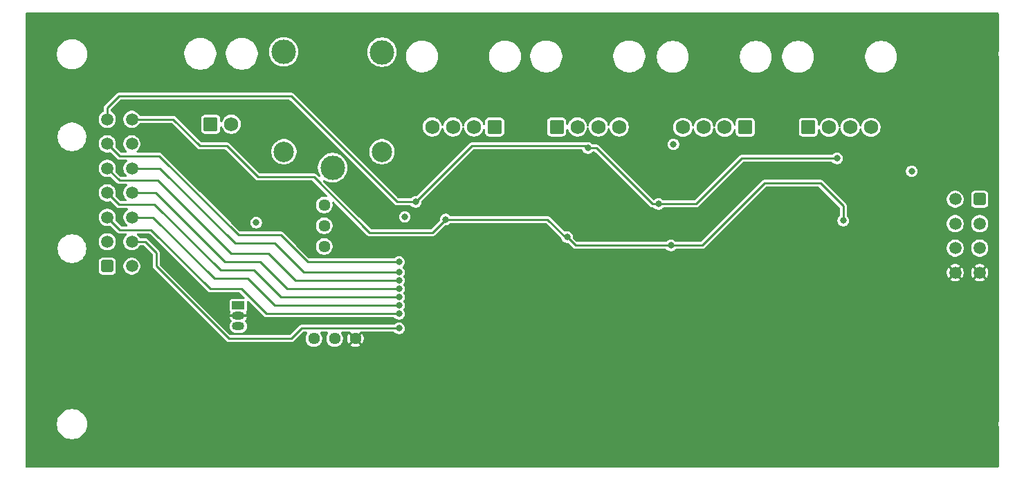
<source format=gbl>
%TF.GenerationSoftware,KiCad,Pcbnew,9.0.1*%
%TF.CreationDate,2025-06-05T13:08:59-07:00*%
%TF.ProjectId,chop-controller-heat,63686f70-2d63-46f6-9e74-726f6c6c6572,rev?*%
%TF.SameCoordinates,Original*%
%TF.FileFunction,Copper,L4,Bot*%
%TF.FilePolarity,Positive*%
%FSLAX46Y46*%
G04 Gerber Fmt 4.6, Leading zero omitted, Abs format (unit mm)*
G04 Created by KiCad (PCBNEW 9.0.1) date 2025-06-05 13:08:59*
%MOMM*%
%LPD*%
G01*
G04 APERTURE LIST*
G04 Aperture macros list*
%AMRoundRect*
0 Rectangle with rounded corners*
0 $1 Rounding radius*
0 $2 $3 $4 $5 $6 $7 $8 $9 X,Y pos of 4 corners*
0 Add a 4 corners polygon primitive as box body*
4,1,4,$2,$3,$4,$5,$6,$7,$8,$9,$2,$3,0*
0 Add four circle primitives for the rounded corners*
1,1,$1+$1,$2,$3*
1,1,$1+$1,$4,$5*
1,1,$1+$1,$6,$7*
1,1,$1+$1,$8,$9*
0 Add four rect primitives between the rounded corners*
20,1,$1+$1,$2,$3,$4,$5,0*
20,1,$1+$1,$4,$5,$6,$7,0*
20,1,$1+$1,$6,$7,$8,$9,0*
20,1,$1+$1,$8,$9,$2,$3,0*%
G04 Aperture macros list end*
%TA.AperFunction,ComponentPad*%
%ADD10R,1.500000X1.050000*%
%TD*%
%TA.AperFunction,ComponentPad*%
%ADD11O,1.500000X1.050000*%
%TD*%
%TA.AperFunction,ComponentPad*%
%ADD12RoundRect,0.250001X0.499999X-0.499999X0.499999X0.499999X-0.499999X0.499999X-0.499999X-0.499999X0*%
%TD*%
%TA.AperFunction,ComponentPad*%
%ADD13C,1.500000*%
%TD*%
%TA.AperFunction,ComponentPad*%
%ADD14C,1.440000*%
%TD*%
%TA.AperFunction,ComponentPad*%
%ADD15RoundRect,0.250560X-0.619440X-0.619440X0.619440X-0.619440X0.619440X0.619440X-0.619440X0.619440X0*%
%TD*%
%TA.AperFunction,ComponentPad*%
%ADD16C,1.740000*%
%TD*%
%TA.AperFunction,ComponentPad*%
%ADD17RoundRect,0.250001X-0.499999X0.499999X-0.499999X-0.499999X0.499999X-0.499999X0.499999X0.499999X0*%
%TD*%
%TA.AperFunction,ComponentPad*%
%ADD18C,3.000000*%
%TD*%
%TA.AperFunction,ComponentPad*%
%ADD19C,2.500000*%
%TD*%
%TA.AperFunction,ComponentPad*%
%ADD20RoundRect,0.250560X0.619440X0.619440X-0.619440X0.619440X-0.619440X-0.619440X0.619440X-0.619440X0*%
%TD*%
%TA.AperFunction,ViaPad*%
%ADD21C,0.800000*%
%TD*%
%TA.AperFunction,Conductor*%
%ADD22C,0.250000*%
%TD*%
G04 APERTURE END LIST*
D10*
%TO.P,U18,1,VO*%
%TO.N,Net-(U18-VO)*%
X111082638Y-84823323D03*
D11*
%TO.P,U18,2,GND*%
%TO.N,GNDREF*%
X111082638Y-86093323D03*
%TO.P,U18,3,VI*%
%TO.N,+3.3V*%
X111082638Y-87363323D03*
%TD*%
D12*
%TO.P,J11,1,Pin_1*%
%TO.N,unconnected-(J11-Pin_1-Pad1)*%
X95046800Y-80012800D03*
D13*
%TO.P,J11,2,Pin_2*%
%TO.N,unconnected-(J11-Pin_2-Pad2)*%
X95046800Y-77012800D03*
%TO.P,J11,3,Pin_3*%
%TO.N,/HL4_PWM_IN*%
X95046800Y-74012800D03*
%TO.P,J11,4,Pin_4*%
%TO.N,/HL3_CS*%
X95046800Y-71012800D03*
%TO.P,J11,5,Pin_5*%
%TO.N,/HL2_PWM_IN*%
X95046800Y-68012800D03*
%TO.P,J11,6,Pin_6*%
%TO.N,/HL1_CS*%
X95046800Y-65012800D03*
%TO.P,J11,7,Pin_7*%
%TO.N,/SCK_1*%
X95046800Y-62012800D03*
%TO.P,J11,8,Pin_8*%
%TO.N,/SAFETY_CS*%
X98046800Y-80012800D03*
%TO.P,J11,9,Pin_9*%
%TO.N,/HL4_CS*%
X98046800Y-77012800D03*
%TO.P,J11,10,Pin_10*%
%TO.N,/HL3_PWM_IN*%
X98046800Y-74012800D03*
%TO.P,J11,11,Pin_11*%
%TO.N,/HL2_CS*%
X98046800Y-71012800D03*
%TO.P,J11,12,Pin_12*%
%TO.N,/HL1_PWM_IN*%
X98046800Y-68012800D03*
%TO.P,J11,13,Pin_13*%
%TO.N,/MOSI_1*%
X98046800Y-65012800D03*
%TO.P,J11,14,Pin_14*%
%TO.N,/MISO_1*%
X98046800Y-62012800D03*
%TD*%
D14*
%TO.P,RV1,1,1*%
%TO.N,Net-(U23-G1)*%
X121602638Y-77594323D03*
%TO.P,RV1,2,2*%
%TO.N,Net-(U19-+)*%
X121602638Y-75054323D03*
%TO.P,RV1,3,3*%
%TO.N,Net-(R52-Pad1)*%
X121602638Y-72514323D03*
%TD*%
D15*
%TO.P,J2,1,Pin_1*%
%TO.N,/SAFETY_12V*%
X150033638Y-62933323D03*
D16*
%TO.P,J2,2,Pin_2*%
%TO.N,/MOSFET_HL2*%
X152573638Y-62933323D03*
%TO.P,J2,3,Pin_3*%
%TO.N,/TC2-*%
X155143638Y-62933323D03*
%TO.P,J2,4,Pin_4*%
%TO.N,/TC2+*%
X157683638Y-62933323D03*
%TD*%
D15*
%TO.P,J13,1,Pin_1*%
%TO.N,/Safet Cutoff/TC_SAFETY-*%
X107695638Y-62609323D03*
D16*
%TO.P,J13,2,Pin_2*%
%TO.N,/Safet Cutoff/TC_SAFETY+*%
X110235638Y-62609323D03*
%TD*%
D17*
%TO.P,J12,1,Pin_1*%
%TO.N,+24V*%
X201804000Y-71800000D03*
D13*
%TO.P,J12,2,Pin_2*%
%TO.N,+12V*%
X201804000Y-74800000D03*
%TO.P,J12,3,Pin_3*%
%TO.N,+3.3V*%
X201804000Y-77800000D03*
%TO.P,J12,4,Pin_4*%
%TO.N,GNDREF*%
X201804000Y-80800000D03*
%TO.P,J12,5,Pin_5*%
%TO.N,+24V*%
X198804000Y-71800000D03*
%TO.P,J12,6,Pin_6*%
%TO.N,+12V*%
X198804000Y-74800000D03*
%TO.P,J12,7,Pin_7*%
%TO.N,+3.3V*%
X198804000Y-77800000D03*
%TO.P,J12,8,Pin_8*%
%TO.N,GNDREF*%
X198804000Y-80800000D03*
%TD*%
D14*
%TO.P,RV2,1,1*%
%TO.N,+3.3V*%
X120322638Y-88887323D03*
%TO.P,RV2,2,2*%
%TO.N,/Safet Cutoff/V_CUTOFF*%
X122862638Y-88887323D03*
%TO.P,RV2,3,3*%
%TO.N,GNDREF*%
X125402638Y-88887323D03*
%TD*%
D18*
%TO.P,K1,1*%
%TO.N,/SAFETY_12V*%
X122618638Y-67923323D03*
D19*
%TO.P,K1,2*%
%TO.N,Net-(D1-A)*%
X128668638Y-65973323D03*
D18*
%TO.P,K1,3*%
%TO.N,Net-(K1-Pad3)*%
X128668638Y-53773323D03*
%TO.P,K1,4*%
%TO.N,+12V*%
X116618638Y-53723323D03*
D19*
%TO.P,K1,5*%
X116668638Y-65973323D03*
%TD*%
D15*
%TO.P,J4,1,Pin_1*%
%TO.N,+12V*%
X180843888Y-62984073D03*
D16*
%TO.P,J4,2,Pin_2*%
%TO.N,/MOSFET_HL4*%
X183383888Y-62984073D03*
%TO.P,J4,3,Pin_3*%
%TO.N,/TC4-*%
X185953888Y-62984073D03*
%TO.P,J4,4,Pin_4*%
%TO.N,/TC4+*%
X188493888Y-62984073D03*
%TD*%
D20*
%TO.P,J3,1,Pin_1*%
%TO.N,+24V*%
X173130888Y-62984073D03*
D16*
%TO.P,J3,2,Pin_2*%
%TO.N,/MOSFET_HL3*%
X170590888Y-62984073D03*
%TO.P,J3,3,Pin_3*%
%TO.N,/TC3-*%
X168020888Y-62984073D03*
%TO.P,J3,4,Pin_4*%
%TO.N,/TC3+*%
X165480888Y-62984073D03*
%TD*%
D20*
%TO.P,J1,1,Pin_1*%
%TO.N,/SAFETY_12V*%
X142447638Y-62933323D03*
D16*
%TO.P,J1,2,Pin_2*%
%TO.N,/MOSFET_HL1*%
X139907638Y-62933323D03*
%TO.P,J1,3,Pin_3*%
%TO.N,/TC1-*%
X137337638Y-62933323D03*
%TO.P,J1,4,Pin_4*%
%TO.N,/TC1+*%
X134797638Y-62933323D03*
%TD*%
D21*
%TO.N,GNDREF*%
X191452638Y-74155323D03*
X163258638Y-70853323D03*
X117030638Y-71615323D03*
X167068638Y-79235323D03*
X140500238Y-72478923D03*
X178498638Y-73901323D03*
X125158638Y-71107323D03*
X170523038Y-72428123D03*
X179565438Y-78879723D03*
X138366638Y-79743323D03*
X105346638Y-66281323D03*
X148272638Y-72631323D03*
X193230638Y-63741323D03*
X130746638Y-70091323D03*
%TO.N,+3.3V*%
X113271438Y-74663323D03*
X193484638Y-68364123D03*
X131457838Y-73952123D03*
X164325438Y-65062123D03*
%TO.N,/HL1_PWM_IN*%
X130746638Y-80759323D03*
%TO.N,/HL2_PWM_IN*%
X130746638Y-81758826D03*
%TO.N,/HL3_PWM_IN*%
X130746638Y-84823323D03*
%TO.N,/HL4_PWM_IN*%
X130746638Y-85839323D03*
%TO.N,/HL4_CS*%
X130746638Y-87617323D03*
%TO.N,/HL3_CS*%
X130746638Y-83807323D03*
%TO.N,/HL2_CS*%
X130746638Y-82791323D03*
%TO.N,/HL1_CS*%
X130746638Y-79489323D03*
%TO.N,/MISO_1*%
X185102638Y-74409323D03*
X151320638Y-76441323D03*
X136461638Y-74282323D03*
X164020638Y-77457323D03*
%TO.N,/SCK_1*%
X153860638Y-65532000D03*
X132778638Y-72123323D03*
X184340638Y-66789323D03*
X162496638Y-72377323D03*
%TD*%
D22*
%TO.N,GNDREF*%
X181485715Y-80800000D02*
X181394858Y-80709142D01*
%TO.N,/HL1_PWM_IN*%
X119062638Y-80759323D02*
X115506638Y-77203323D01*
X130746638Y-80759323D02*
X119062638Y-80759323D01*
X98055200Y-68021200D02*
X98046800Y-68012800D01*
X101498515Y-68021200D02*
X98055200Y-68021200D01*
X110680638Y-77203323D02*
X101498515Y-68021200D01*
X115506638Y-77203323D02*
X110680638Y-77203323D01*
%TO.N,/HL2_PWM_IN*%
X114744638Y-78473323D02*
X110172638Y-78473323D01*
X118046638Y-81775323D02*
X114744638Y-78473323D01*
X101193715Y-69494400D02*
X96528400Y-69494400D01*
X110172638Y-78473323D02*
X101193715Y-69494400D01*
X130746638Y-81758826D02*
X130730141Y-81775323D01*
X130730141Y-81775323D02*
X118046638Y-81775323D01*
X96528400Y-69494400D02*
X95046800Y-68012800D01*
%TO.N,/HL3_PWM_IN*%
X112204638Y-81521323D02*
X108140638Y-81521323D01*
X108140638Y-81521323D02*
X100632115Y-74012800D01*
X100632115Y-74012800D02*
X98046800Y-74012800D01*
X115506638Y-84823323D02*
X112204638Y-81521323D01*
X130746638Y-84823323D02*
X115506638Y-84823323D01*
%TO.N,/HL4_PWM_IN*%
X130746638Y-85839323D02*
X114490638Y-85839323D01*
X114490638Y-85839323D02*
X111442638Y-82791323D01*
X96573600Y-75539600D02*
X95046800Y-74012800D01*
X107632638Y-82791323D02*
X100380915Y-75539600D01*
X111442638Y-82791323D02*
X107632638Y-82791323D01*
X100380915Y-75539600D02*
X96573600Y-75539600D01*
%TO.N,/HL4_CS*%
X109918638Y-88887323D02*
X101028638Y-79997323D01*
X117538638Y-88887323D02*
X109918638Y-88887323D01*
X99669600Y-77012800D02*
X98046800Y-77012800D01*
X118808638Y-87617323D02*
X117538638Y-88887323D01*
X101028638Y-79997323D02*
X101028638Y-78371838D01*
X101028638Y-78371838D02*
X99669600Y-77012800D01*
X130746638Y-87617323D02*
X118808638Y-87617323D01*
%TO.N,/HL3_CS*%
X130746638Y-83807323D02*
X116268638Y-83807323D01*
X108902638Y-80505323D02*
X100838115Y-72440800D01*
X112966638Y-80505323D02*
X108902638Y-80505323D01*
X96474800Y-72440800D02*
X95046800Y-71012800D01*
X100838115Y-72440800D02*
X96474800Y-72440800D01*
X116268638Y-83807323D02*
X112966638Y-80505323D01*
%TO.N,/HL2_CS*%
X130746638Y-82791323D02*
X117030638Y-82791323D01*
X100934115Y-71012800D02*
X98046800Y-71012800D01*
X109410638Y-79489323D02*
X100934115Y-71012800D01*
X113728638Y-79489323D02*
X109410638Y-79489323D01*
X117030638Y-82791323D02*
X113728638Y-79489323D01*
%TO.N,/HL1_CS*%
X130746638Y-79489323D02*
X119570638Y-79489323D01*
X119570638Y-79489323D02*
X116268638Y-76187323D01*
X116268638Y-76187323D02*
X111085918Y-76187323D01*
X101395795Y-66497200D02*
X96531200Y-66497200D01*
X111085918Y-76187323D02*
X101395795Y-66497200D01*
X96531200Y-66497200D02*
X95046800Y-65012800D01*
%TO.N,/MISO_1*%
X151066638Y-76441323D02*
X148907638Y-74282323D01*
X185102638Y-72631323D02*
X185102638Y-74409323D01*
X109664638Y-65265323D02*
X106362638Y-65265323D01*
X151320638Y-76441323D02*
X152336638Y-77457323D01*
X120332638Y-69075323D02*
X113474638Y-69075323D01*
X98060800Y-62026800D02*
X98046800Y-62012800D01*
X148907638Y-74282323D02*
X136461638Y-74282323D01*
X152336638Y-77457323D02*
X164020638Y-77457323D01*
X134861438Y-75882523D02*
X127139838Y-75882523D01*
X136461638Y-74282323D02*
X134861438Y-75882523D01*
X127139838Y-75882523D02*
X120332638Y-69075323D01*
X164020638Y-77457323D02*
X167830638Y-77457323D01*
X113474638Y-69075323D02*
X109664638Y-65265323D01*
X182308638Y-69837323D02*
X185102638Y-72631323D01*
X175450638Y-69837323D02*
X182308638Y-69837323D01*
X106362638Y-65265323D02*
X103124115Y-62026800D01*
X167830638Y-77457323D02*
X175450638Y-69837323D01*
X151320638Y-76441323D02*
X151066638Y-76441323D01*
X103124115Y-62026800D02*
X98060800Y-62026800D01*
%TO.N,/SCK_1*%
X153860638Y-65532000D02*
X154889315Y-65532000D01*
X132778638Y-72123323D02*
X130492638Y-72123323D01*
X96456638Y-59169323D02*
X95046800Y-60579161D01*
X95046800Y-60579161D02*
X95046800Y-62012800D01*
X139636638Y-65265323D02*
X132778638Y-72123323D01*
X153860638Y-65532000D02*
X153593961Y-65265323D01*
X184340638Y-66789323D02*
X172656638Y-66789323D01*
X154889315Y-65532000D02*
X161734638Y-72377323D01*
X172656638Y-66789323D02*
X167068638Y-72377323D01*
X117538638Y-59169323D02*
X96456638Y-59169323D01*
X130492638Y-72123323D02*
X117538638Y-59169323D01*
X161734638Y-72377323D02*
X162496638Y-72377323D01*
X167068638Y-72377323D02*
X162496638Y-72377323D01*
X153593961Y-65265323D02*
X139636638Y-65265323D01*
%TD*%
%TA.AperFunction,Conductor*%
%TO.N,GNDREF*%
G36*
X204079677Y-48935508D02*
G01*
X204125432Y-48988312D01*
X204136638Y-49039823D01*
X204136638Y-53666699D01*
X204135577Y-53682884D01*
X204106900Y-53900711D01*
X204106900Y-54143288D01*
X204135577Y-54361114D01*
X204136638Y-54377299D01*
X204136638Y-99006699D01*
X204135577Y-99022884D01*
X204106900Y-99240711D01*
X204106900Y-99483288D01*
X204135577Y-99701114D01*
X204136638Y-99717299D01*
X204136638Y-104570823D01*
X204116953Y-104637862D01*
X204064149Y-104683617D01*
X204012638Y-104694823D01*
X85151138Y-104694823D01*
X85084099Y-104675138D01*
X85038344Y-104622334D01*
X85027138Y-104570823D01*
X85027138Y-99240711D01*
X88876300Y-99240711D01*
X88876300Y-99483288D01*
X88907961Y-99723785D01*
X88970747Y-99958104D01*
X89063573Y-100182205D01*
X89063576Y-100182212D01*
X89184864Y-100392289D01*
X89184866Y-100392292D01*
X89184867Y-100392293D01*
X89332533Y-100584736D01*
X89332539Y-100584743D01*
X89504056Y-100756260D01*
X89504062Y-100756265D01*
X89696511Y-100903936D01*
X89906588Y-101025224D01*
X90130700Y-101118054D01*
X90365011Y-101180838D01*
X90545386Y-101204584D01*
X90605511Y-101212500D01*
X90605512Y-101212500D01*
X90848089Y-101212500D01*
X90896188Y-101206167D01*
X91088589Y-101180838D01*
X91322900Y-101118054D01*
X91547012Y-101025224D01*
X91757089Y-100903936D01*
X91949538Y-100756265D01*
X92121065Y-100584738D01*
X92268736Y-100392289D01*
X92390024Y-100182212D01*
X92482854Y-99958100D01*
X92545638Y-99723789D01*
X92577300Y-99483288D01*
X92577300Y-99240712D01*
X92545638Y-99000211D01*
X92482854Y-98765900D01*
X92390024Y-98541788D01*
X92268736Y-98331711D01*
X92121065Y-98139262D01*
X92121060Y-98139256D01*
X91949543Y-97967739D01*
X91949536Y-97967733D01*
X91757093Y-97820067D01*
X91757092Y-97820066D01*
X91757089Y-97820064D01*
X91547012Y-97698776D01*
X91547005Y-97698773D01*
X91322904Y-97605947D01*
X91088585Y-97543161D01*
X90848089Y-97511500D01*
X90848088Y-97511500D01*
X90605512Y-97511500D01*
X90605511Y-97511500D01*
X90365014Y-97543161D01*
X90130695Y-97605947D01*
X89906594Y-97698773D01*
X89906585Y-97698777D01*
X89696506Y-97820067D01*
X89504063Y-97967733D01*
X89504056Y-97967739D01*
X89332539Y-98139256D01*
X89332533Y-98139263D01*
X89184867Y-98331706D01*
X89063577Y-98541785D01*
X89063573Y-98541794D01*
X88970747Y-98765895D01*
X88907961Y-99000214D01*
X88876300Y-99240711D01*
X85027138Y-99240711D01*
X85027138Y-77738058D01*
X88976300Y-77738058D01*
X88976300Y-77967541D01*
X88995132Y-78110575D01*
X89006252Y-78195038D01*
X89019600Y-78244853D01*
X89065642Y-78416687D01*
X89153450Y-78628676D01*
X89153456Y-78628688D01*
X89261452Y-78815744D01*
X89268192Y-78827417D01*
X89407881Y-79009461D01*
X89407889Y-79009470D01*
X89570130Y-79171711D01*
X89570138Y-79171718D01*
X89752182Y-79311407D01*
X89752185Y-79311408D01*
X89752188Y-79311411D01*
X89950912Y-79426144D01*
X89950917Y-79426146D01*
X89950923Y-79426149D01*
X90042280Y-79463990D01*
X90162913Y-79513958D01*
X90384562Y-79573348D01*
X90612066Y-79603300D01*
X90612073Y-79603300D01*
X90841527Y-79603300D01*
X90841534Y-79603300D01*
X91069038Y-79573348D01*
X91290687Y-79513958D01*
X91397535Y-79469700D01*
X93996300Y-79469700D01*
X93996300Y-80555891D01*
X94006923Y-80644362D01*
X94062439Y-80785142D01*
X94062440Y-80785144D01*
X94153877Y-80905722D01*
X94274455Y-80997159D01*
X94274458Y-80997161D01*
X94415236Y-81052676D01*
X94503701Y-81063300D01*
X95589898Y-81063299D01*
X95678364Y-81052676D01*
X95819142Y-80997161D01*
X95939722Y-80905722D01*
X96031161Y-80785142D01*
X96086676Y-80644364D01*
X96097300Y-80555899D01*
X96097299Y-79909330D01*
X96996300Y-79909330D01*
X96996300Y-80116269D01*
X97036668Y-80319212D01*
X97036670Y-80319220D01*
X97115858Y-80510396D01*
X97230824Y-80682457D01*
X97377142Y-80828775D01*
X97377145Y-80828777D01*
X97549202Y-80943741D01*
X97740380Y-81022930D01*
X97924251Y-81059504D01*
X97943330Y-81063299D01*
X97943334Y-81063300D01*
X97943335Y-81063300D01*
X98150266Y-81063300D01*
X98150267Y-81063299D01*
X98353220Y-81022930D01*
X98544398Y-80943741D01*
X98716455Y-80828777D01*
X98778646Y-80766586D01*
X98862776Y-80682457D01*
X98888230Y-80644361D01*
X98977741Y-80510398D01*
X99056930Y-80319220D01*
X99097300Y-80116265D01*
X99097300Y-79909335D01*
X99056930Y-79706380D01*
X98977741Y-79515202D01*
X98862777Y-79343145D01*
X98862775Y-79343142D01*
X98716457Y-79196824D01*
X98560802Y-79092820D01*
X98544398Y-79081859D01*
X98539048Y-79079643D01*
X98353220Y-79002670D01*
X98353212Y-79002668D01*
X98150269Y-78962300D01*
X98150265Y-78962300D01*
X97943335Y-78962300D01*
X97943330Y-78962300D01*
X97740387Y-79002668D01*
X97740379Y-79002670D01*
X97549203Y-79081858D01*
X97377142Y-79196824D01*
X97230824Y-79343142D01*
X97115858Y-79515203D01*
X97036670Y-79706379D01*
X97036668Y-79706387D01*
X96996300Y-79909330D01*
X96097299Y-79909330D01*
X96097299Y-79469702D01*
X96086676Y-79381236D01*
X96031161Y-79240458D01*
X96031159Y-79240455D01*
X95939722Y-79119877D01*
X95819144Y-79028440D01*
X95819142Y-79028439D01*
X95678364Y-78972924D01*
X95678361Y-78972923D01*
X95589899Y-78962300D01*
X94503708Y-78962300D01*
X94415237Y-78972923D01*
X94274457Y-79028439D01*
X94274455Y-79028440D01*
X94153877Y-79119877D01*
X94062440Y-79240455D01*
X94062439Y-79240458D01*
X94015848Y-79358608D01*
X94006924Y-79381237D01*
X94006923Y-79381238D01*
X93996300Y-79469700D01*
X91397535Y-79469700D01*
X91502688Y-79426144D01*
X91701412Y-79311411D01*
X91883461Y-79171719D01*
X91883465Y-79171714D01*
X91883470Y-79171711D01*
X92045711Y-79009470D01*
X92045714Y-79009465D01*
X92045719Y-79009461D01*
X92185411Y-78827412D01*
X92300144Y-78628688D01*
X92387958Y-78416687D01*
X92447348Y-78195038D01*
X92477300Y-77967534D01*
X92477300Y-77738066D01*
X92447348Y-77510562D01*
X92387958Y-77288913D01*
X92322276Y-77130342D01*
X92300149Y-77076923D01*
X92300146Y-77076917D01*
X92300144Y-77076912D01*
X92203391Y-76909330D01*
X93996300Y-76909330D01*
X93996300Y-77116269D01*
X94036668Y-77319212D01*
X94036670Y-77319220D01*
X94115856Y-77510392D01*
X94115859Y-77510398D01*
X94173341Y-77596426D01*
X94230824Y-77682457D01*
X94377142Y-77828775D01*
X94377145Y-77828777D01*
X94549202Y-77943741D01*
X94740380Y-78022930D01*
X94943330Y-78063299D01*
X94943334Y-78063300D01*
X94943335Y-78063300D01*
X95150266Y-78063300D01*
X95150267Y-78063299D01*
X95353220Y-78022930D01*
X95544398Y-77943741D01*
X95716455Y-77828777D01*
X95862777Y-77682455D01*
X95977741Y-77510398D01*
X96056930Y-77319220D01*
X96097300Y-77116265D01*
X96097300Y-76909335D01*
X96056930Y-76706380D01*
X95977741Y-76515202D01*
X95862777Y-76343145D01*
X95862775Y-76343142D01*
X95716457Y-76196824D01*
X95574990Y-76102300D01*
X95544398Y-76081859D01*
X95527409Y-76074822D01*
X95353220Y-76002670D01*
X95353212Y-76002668D01*
X95150269Y-75962300D01*
X95150265Y-75962300D01*
X94943335Y-75962300D01*
X94943330Y-75962300D01*
X94740387Y-76002668D01*
X94740379Y-76002670D01*
X94549203Y-76081858D01*
X94377142Y-76196824D01*
X94230824Y-76343142D01*
X94115858Y-76515203D01*
X94036670Y-76706379D01*
X94036668Y-76706387D01*
X93996300Y-76909330D01*
X92203391Y-76909330D01*
X92185411Y-76878188D01*
X92185408Y-76878185D01*
X92185407Y-76878182D01*
X92084564Y-76746762D01*
X92045719Y-76696139D01*
X92045718Y-76696138D01*
X92045711Y-76696130D01*
X91883470Y-76533889D01*
X91883461Y-76533881D01*
X91701417Y-76394192D01*
X91502690Y-76279457D01*
X91502676Y-76279450D01*
X91290687Y-76191642D01*
X91069038Y-76132252D01*
X91031015Y-76127246D01*
X90841541Y-76102300D01*
X90841534Y-76102300D01*
X90612066Y-76102300D01*
X90612058Y-76102300D01*
X90395515Y-76130809D01*
X90384562Y-76132252D01*
X90360912Y-76138589D01*
X90162912Y-76191642D01*
X89950923Y-76279450D01*
X89950909Y-76279457D01*
X89752182Y-76394192D01*
X89570138Y-76533881D01*
X89407881Y-76696138D01*
X89268192Y-76878182D01*
X89153457Y-77076909D01*
X89153450Y-77076923D01*
X89065642Y-77288912D01*
X89062027Y-77302403D01*
X89006297Y-77510396D01*
X89006253Y-77510559D01*
X89006251Y-77510570D01*
X88976300Y-77738058D01*
X85027138Y-77738058D01*
X85027138Y-64038058D01*
X88976300Y-64038058D01*
X88976300Y-64267541D01*
X88999183Y-64441344D01*
X89006252Y-64495038D01*
X89038550Y-64615577D01*
X89065642Y-64716687D01*
X89153450Y-64928676D01*
X89153457Y-64928690D01*
X89173405Y-64963241D01*
X89256115Y-65106500D01*
X89268192Y-65127417D01*
X89407881Y-65309461D01*
X89407889Y-65309470D01*
X89570130Y-65471711D01*
X89570138Y-65471718D01*
X89752182Y-65611407D01*
X89752185Y-65611408D01*
X89752188Y-65611411D01*
X89950912Y-65726144D01*
X89950917Y-65726146D01*
X89950923Y-65726149D01*
X90038980Y-65762623D01*
X90162913Y-65813958D01*
X90384562Y-65873348D01*
X90612066Y-65903300D01*
X90612073Y-65903300D01*
X90841527Y-65903300D01*
X90841534Y-65903300D01*
X91069038Y-65873348D01*
X91290687Y-65813958D01*
X91502688Y-65726144D01*
X91701412Y-65611411D01*
X91883461Y-65471719D01*
X91883465Y-65471714D01*
X91883470Y-65471711D01*
X92045711Y-65309470D01*
X92045714Y-65309465D01*
X92045719Y-65309461D01*
X92185411Y-65127412D01*
X92300144Y-64928688D01*
X92308162Y-64909330D01*
X93996300Y-64909330D01*
X93996300Y-65116269D01*
X94036668Y-65319212D01*
X94036670Y-65319220D01*
X94115858Y-65510396D01*
X94230824Y-65682457D01*
X94377142Y-65828775D01*
X94377145Y-65828777D01*
X94549202Y-65943741D01*
X94740380Y-66022930D01*
X94943330Y-66063299D01*
X94943334Y-66063300D01*
X94943335Y-66063300D01*
X95150266Y-66063300D01*
X95150267Y-66063299D01*
X95353220Y-66022930D01*
X95353230Y-66022925D01*
X95359051Y-66021161D01*
X95359787Y-66023589D01*
X95418236Y-66017303D01*
X95480716Y-66048576D01*
X95483905Y-66051653D01*
X96269937Y-66837685D01*
X96366963Y-66893703D01*
X96475182Y-66922700D01*
X96587219Y-66922700D01*
X97378626Y-66922700D01*
X97445665Y-66942385D01*
X97491420Y-66995189D01*
X97501364Y-67064347D01*
X97472339Y-67127903D01*
X97447516Y-67149802D01*
X97377149Y-67196819D01*
X97377141Y-67196825D01*
X97230824Y-67343142D01*
X97115858Y-67515203D01*
X97036670Y-67706379D01*
X97036668Y-67706387D01*
X96996300Y-67909330D01*
X96996300Y-68116269D01*
X97036668Y-68319212D01*
X97036670Y-68319220D01*
X97112925Y-68503316D01*
X97115859Y-68510398D01*
X97154649Y-68568451D01*
X97230824Y-68682457D01*
X97377141Y-68828774D01*
X97377149Y-68828780D01*
X97396631Y-68841798D01*
X97441437Y-68895410D01*
X97450144Y-68964735D01*
X97419990Y-69027762D01*
X97360547Y-69064482D01*
X97327741Y-69068900D01*
X96756010Y-69068900D01*
X96688971Y-69049215D01*
X96668329Y-69032581D01*
X96085653Y-68449905D01*
X96052168Y-68388582D01*
X96056678Y-68325511D01*
X96055161Y-68325051D01*
X96056925Y-68319230D01*
X96056930Y-68319220D01*
X96097300Y-68116265D01*
X96097300Y-67909335D01*
X96056930Y-67706380D01*
X95977741Y-67515202D01*
X95862777Y-67343145D01*
X95862776Y-67343144D01*
X95862775Y-67343142D01*
X95716457Y-67196824D01*
X95609378Y-67125277D01*
X95544398Y-67081859D01*
X95353220Y-67002670D01*
X95353212Y-67002668D01*
X95150269Y-66962300D01*
X95150265Y-66962300D01*
X94943335Y-66962300D01*
X94943330Y-66962300D01*
X94740387Y-67002668D01*
X94740379Y-67002670D01*
X94549203Y-67081858D01*
X94377142Y-67196824D01*
X94230824Y-67343142D01*
X94115858Y-67515203D01*
X94036670Y-67706379D01*
X94036668Y-67706387D01*
X93996300Y-67909330D01*
X93996300Y-68116269D01*
X94036668Y-68319212D01*
X94036670Y-68319220D01*
X94112925Y-68503316D01*
X94115859Y-68510398D01*
X94154649Y-68568451D01*
X94230824Y-68682457D01*
X94377142Y-68828775D01*
X94377145Y-68828777D01*
X94549202Y-68943741D01*
X94740380Y-69022930D01*
X94943330Y-69063299D01*
X94943334Y-69063300D01*
X94943335Y-69063300D01*
X95150266Y-69063300D01*
X95150267Y-69063299D01*
X95353220Y-69022930D01*
X95353230Y-69022925D01*
X95359051Y-69021161D01*
X95359787Y-69023589D01*
X95418236Y-69017303D01*
X95480716Y-69048576D01*
X95483905Y-69051653D01*
X96267137Y-69834885D01*
X96364163Y-69890903D01*
X96472382Y-69919900D01*
X96584419Y-69919900D01*
X97382817Y-69919900D01*
X97449856Y-69939585D01*
X97495611Y-69992389D01*
X97505555Y-70061547D01*
X97476530Y-70125103D01*
X97451708Y-70147001D01*
X97431095Y-70160774D01*
X97377142Y-70196824D01*
X97230824Y-70343142D01*
X97115858Y-70515203D01*
X97036670Y-70706379D01*
X97036668Y-70706387D01*
X96996300Y-70909330D01*
X96996300Y-71116269D01*
X97036668Y-71319212D01*
X97036670Y-71319220D01*
X97115856Y-71510392D01*
X97115859Y-71510398D01*
X97161836Y-71579208D01*
X97230824Y-71682457D01*
X97351986Y-71803619D01*
X97385471Y-71864942D01*
X97380487Y-71934634D01*
X97338615Y-71990567D01*
X97273151Y-72014984D01*
X97264305Y-72015300D01*
X96702410Y-72015300D01*
X96635371Y-71995615D01*
X96614729Y-71978981D01*
X96085653Y-71449905D01*
X96052168Y-71388582D01*
X96056678Y-71325511D01*
X96055161Y-71325051D01*
X96056925Y-71319230D01*
X96056930Y-71319220D01*
X96097300Y-71116265D01*
X96097300Y-70909335D01*
X96056930Y-70706380D01*
X95977741Y-70515202D01*
X95862777Y-70343145D01*
X95862775Y-70343142D01*
X95716457Y-70196824D01*
X95561657Y-70093391D01*
X95544398Y-70081859D01*
X95353220Y-70002670D01*
X95353212Y-70002668D01*
X95150269Y-69962300D01*
X95150265Y-69962300D01*
X94943335Y-69962300D01*
X94943330Y-69962300D01*
X94740387Y-70002668D01*
X94740379Y-70002670D01*
X94549203Y-70081858D01*
X94377142Y-70196824D01*
X94230824Y-70343142D01*
X94115858Y-70515203D01*
X94036670Y-70706379D01*
X94036668Y-70706387D01*
X93996300Y-70909330D01*
X93996300Y-71116269D01*
X94036668Y-71319212D01*
X94036670Y-71319220D01*
X94115856Y-71510392D01*
X94115859Y-71510398D01*
X94161836Y-71579208D01*
X94230824Y-71682457D01*
X94377142Y-71828775D01*
X94377145Y-71828777D01*
X94549202Y-71943741D01*
X94740380Y-72022930D01*
X94943330Y-72063299D01*
X94943334Y-72063300D01*
X94943335Y-72063300D01*
X95150266Y-72063300D01*
X95150267Y-72063299D01*
X95353220Y-72022930D01*
X95353230Y-72022925D01*
X95359051Y-72021161D01*
X95359787Y-72023589D01*
X95418236Y-72017303D01*
X95480716Y-72048576D01*
X95483905Y-72051653D01*
X96134315Y-72702063D01*
X96213537Y-72781285D01*
X96310563Y-72837303D01*
X96418782Y-72866300D01*
X97463035Y-72866300D01*
X97530074Y-72885985D01*
X97575829Y-72938789D01*
X97585773Y-73007947D01*
X97556748Y-73071503D01*
X97531925Y-73093402D01*
X97377149Y-73196819D01*
X97377141Y-73196825D01*
X97230824Y-73343142D01*
X97115858Y-73515203D01*
X97036670Y-73706379D01*
X97036668Y-73706387D01*
X96996300Y-73909330D01*
X96996300Y-74116269D01*
X97036668Y-74319212D01*
X97036670Y-74319220D01*
X97115858Y-74510396D01*
X97230824Y-74682457D01*
X97377141Y-74828774D01*
X97377149Y-74828780D01*
X97464278Y-74886998D01*
X97509084Y-74940610D01*
X97517791Y-75009935D01*
X97487637Y-75072962D01*
X97428194Y-75109682D01*
X97395388Y-75114100D01*
X96801209Y-75114100D01*
X96734170Y-75094415D01*
X96713528Y-75077781D01*
X96085652Y-74449905D01*
X96052167Y-74388582D01*
X96056677Y-74325511D01*
X96055161Y-74325051D01*
X96056925Y-74319230D01*
X96056930Y-74319220D01*
X96097300Y-74116265D01*
X96097300Y-73909335D01*
X96056930Y-73706380D01*
X95977741Y-73515202D01*
X95862777Y-73343145D01*
X95862775Y-73343142D01*
X95716457Y-73196824D01*
X95561673Y-73093402D01*
X95544398Y-73081859D01*
X95534654Y-73077823D01*
X95353220Y-73002670D01*
X95353212Y-73002668D01*
X95150269Y-72962300D01*
X95150265Y-72962300D01*
X94943335Y-72962300D01*
X94943330Y-72962300D01*
X94740387Y-73002668D01*
X94740379Y-73002670D01*
X94549203Y-73081858D01*
X94377142Y-73196824D01*
X94230824Y-73343142D01*
X94115858Y-73515203D01*
X94036670Y-73706379D01*
X94036668Y-73706387D01*
X93996300Y-73909330D01*
X93996300Y-74116269D01*
X94036668Y-74319212D01*
X94036670Y-74319220D01*
X94115858Y-74510396D01*
X94230824Y-74682457D01*
X94377142Y-74828775D01*
X94377145Y-74828777D01*
X94549202Y-74943741D01*
X94740380Y-75022930D01*
X94943330Y-75063299D01*
X94943334Y-75063300D01*
X94943335Y-75063300D01*
X95150266Y-75063300D01*
X95150267Y-75063299D01*
X95353220Y-75022930D01*
X95353230Y-75022925D01*
X95359051Y-75021161D01*
X95359792Y-75023605D01*
X95418147Y-75017286D01*
X95480650Y-75048513D01*
X95483905Y-75051652D01*
X96233113Y-75800860D01*
X96233115Y-75800863D01*
X96312337Y-75880085D01*
X96391968Y-75926060D01*
X96409363Y-75936103D01*
X96517581Y-75965100D01*
X96517582Y-75965100D01*
X97315169Y-75965100D01*
X97382208Y-75984785D01*
X97427963Y-76037589D01*
X97437907Y-76106747D01*
X97408882Y-76170303D01*
X97384061Y-76192201D01*
X97377147Y-76196820D01*
X97377141Y-76196825D01*
X97230824Y-76343142D01*
X97115858Y-76515203D01*
X97036670Y-76706379D01*
X97036668Y-76706387D01*
X96996300Y-76909330D01*
X96996300Y-77116269D01*
X97036668Y-77319212D01*
X97036670Y-77319220D01*
X97115856Y-77510392D01*
X97115859Y-77510398D01*
X97173341Y-77596426D01*
X97230824Y-77682457D01*
X97377142Y-77828775D01*
X97377145Y-77828777D01*
X97549202Y-77943741D01*
X97740380Y-78022930D01*
X97943330Y-78063299D01*
X97943334Y-78063300D01*
X97943335Y-78063300D01*
X98150266Y-78063300D01*
X98150267Y-78063299D01*
X98353220Y-78022930D01*
X98544398Y-77943741D01*
X98716455Y-77828777D01*
X98862777Y-77682455D01*
X98977741Y-77510398D01*
X98977742Y-77510394D01*
X98977744Y-77510392D01*
X98980614Y-77505024D01*
X98982856Y-77506222D01*
X99019713Y-77460462D01*
X99086001Y-77438380D01*
X99090459Y-77438300D01*
X99441990Y-77438300D01*
X99509029Y-77457985D01*
X99529671Y-77474619D01*
X100566819Y-78511767D01*
X100600304Y-78573090D01*
X100603138Y-78599448D01*
X100603138Y-79941305D01*
X100603138Y-80053341D01*
X100627051Y-80142584D01*
X100632135Y-80161559D01*
X100632136Y-80161562D01*
X100634029Y-80164840D01*
X100688153Y-80258586D01*
X109578153Y-89148586D01*
X109657375Y-89227808D01*
X109754401Y-89283826D01*
X109862620Y-89312823D01*
X109862622Y-89312823D01*
X117594654Y-89312823D01*
X117594656Y-89312823D01*
X117702875Y-89283826D01*
X117799901Y-89227808D01*
X118948566Y-88079141D01*
X119009889Y-88045657D01*
X119036247Y-88042823D01*
X119427582Y-88042823D01*
X119494621Y-88062508D01*
X119540376Y-88115312D01*
X119550320Y-88184470D01*
X119530684Y-88235714D01*
X119418285Y-88403928D01*
X119418278Y-88403941D01*
X119341356Y-88589649D01*
X119341353Y-88589661D01*
X119302138Y-88786807D01*
X119302138Y-88987838D01*
X119341353Y-89184984D01*
X119341356Y-89184996D01*
X119418278Y-89370704D01*
X119418285Y-89370717D01*
X119529963Y-89537853D01*
X119529966Y-89537857D01*
X119672103Y-89679994D01*
X119672107Y-89679997D01*
X119839243Y-89791675D01*
X119839256Y-89791682D01*
X120023805Y-89868124D01*
X120024969Y-89868606D01*
X120219608Y-89907322D01*
X120222122Y-89907822D01*
X120222126Y-89907823D01*
X120222127Y-89907823D01*
X120423150Y-89907823D01*
X120423151Y-89907822D01*
X120620307Y-89868606D01*
X120806026Y-89791679D01*
X120973169Y-89679997D01*
X121115312Y-89537854D01*
X121226994Y-89370711D01*
X121227094Y-89370471D01*
X121272825Y-89260064D01*
X121303921Y-89184992D01*
X121343138Y-88987834D01*
X121343138Y-88786812D01*
X121303921Y-88589654D01*
X121294638Y-88567243D01*
X121226997Y-88403941D01*
X121226990Y-88403928D01*
X121114592Y-88235714D01*
X121093714Y-88169037D01*
X121112198Y-88101657D01*
X121164177Y-88054966D01*
X121217694Y-88042823D01*
X121967582Y-88042823D01*
X122034621Y-88062508D01*
X122080376Y-88115312D01*
X122090320Y-88184470D01*
X122070684Y-88235714D01*
X121958285Y-88403928D01*
X121958278Y-88403941D01*
X121881356Y-88589649D01*
X121881353Y-88589661D01*
X121842138Y-88786807D01*
X121842138Y-88987838D01*
X121881353Y-89184984D01*
X121881356Y-89184996D01*
X121958278Y-89370704D01*
X121958285Y-89370717D01*
X122069963Y-89537853D01*
X122069966Y-89537857D01*
X122212103Y-89679994D01*
X122212107Y-89679997D01*
X122379243Y-89791675D01*
X122379256Y-89791682D01*
X122563805Y-89868124D01*
X122564969Y-89868606D01*
X122759608Y-89907322D01*
X122762122Y-89907822D01*
X122762126Y-89907823D01*
X122762127Y-89907823D01*
X122963150Y-89907823D01*
X122963151Y-89907822D01*
X123160307Y-89868606D01*
X123346026Y-89791679D01*
X123513169Y-89679997D01*
X123513172Y-89679994D01*
X123619390Y-89573777D01*
X123655309Y-89537857D01*
X123655312Y-89537854D01*
X123766994Y-89370711D01*
X123767094Y-89370471D01*
X123812825Y-89260064D01*
X123843921Y-89184992D01*
X123883138Y-88987834D01*
X123883138Y-88786812D01*
X123843921Y-88589654D01*
X123834638Y-88567243D01*
X123766997Y-88403941D01*
X123766990Y-88403928D01*
X123654592Y-88235714D01*
X123633714Y-88169037D01*
X123652198Y-88101657D01*
X123704177Y-88054966D01*
X123757694Y-88042823D01*
X124718907Y-88042823D01*
X124785946Y-88062508D01*
X124806588Y-88079142D01*
X125244303Y-88516856D01*
X125157032Y-88567243D01*
X125082558Y-88641717D01*
X125032171Y-88728988D01*
X124594006Y-88290823D01*
X124574464Y-88290823D01*
X124498729Y-88404166D01*
X124498724Y-88404174D01*
X124421836Y-88589799D01*
X124421834Y-88589807D01*
X124382638Y-88786857D01*
X124382638Y-88987788D01*
X124421834Y-89184838D01*
X124421836Y-89184846D01*
X124498724Y-89370471D01*
X124582290Y-89495537D01*
X124582291Y-89495537D01*
X125032171Y-89045656D01*
X125082558Y-89132929D01*
X125157032Y-89207403D01*
X125244303Y-89257788D01*
X124794422Y-89707669D01*
X124919489Y-89791236D01*
X125105114Y-89868124D01*
X125105122Y-89868126D01*
X125302172Y-89907322D01*
X125302176Y-89907323D01*
X125503100Y-89907323D01*
X125503103Y-89907322D01*
X125700153Y-89868126D01*
X125700161Y-89868124D01*
X125885786Y-89791236D01*
X126010852Y-89707669D01*
X125560972Y-89257788D01*
X125648244Y-89207403D01*
X125722718Y-89132929D01*
X125773104Y-89045657D01*
X126222984Y-89495537D01*
X126306551Y-89370471D01*
X126383439Y-89184846D01*
X126383441Y-89184838D01*
X126422637Y-88987788D01*
X126422638Y-88987785D01*
X126422638Y-88786861D01*
X126422637Y-88786857D01*
X126383441Y-88589807D01*
X126383439Y-88589799D01*
X126306551Y-88404174D01*
X126222984Y-88279107D01*
X125773103Y-88728988D01*
X125722718Y-88641717D01*
X125648244Y-88567243D01*
X125560972Y-88516857D01*
X125998686Y-88079142D01*
X126025613Y-88064438D01*
X126051432Y-88047846D01*
X126057632Y-88046954D01*
X126060009Y-88045657D01*
X126086367Y-88042823D01*
X126159907Y-88042823D01*
X126226946Y-88062508D01*
X126230548Y-88066665D01*
X126243574Y-88054966D01*
X126297091Y-88042823D01*
X130130119Y-88042823D01*
X130197158Y-88062508D01*
X130217800Y-88079142D01*
X130300092Y-88161434D01*
X130300096Y-88161437D01*
X130414820Y-88238094D01*
X130414833Y-88238101D01*
X130542117Y-88290823D01*
X130542310Y-88290903D01*
X130542314Y-88290903D01*
X130542315Y-88290904D01*
X130677642Y-88317823D01*
X130677645Y-88317823D01*
X130815633Y-88317823D01*
X130906679Y-88299712D01*
X130950966Y-88290903D01*
X131078449Y-88238098D01*
X131193180Y-88161437D01*
X131290752Y-88063865D01*
X131367413Y-87949134D01*
X131420218Y-87821651D01*
X131447138Y-87686316D01*
X131447138Y-87548330D01*
X131447138Y-87548327D01*
X131420219Y-87413000D01*
X131420218Y-87412999D01*
X131420218Y-87412995D01*
X131396635Y-87356060D01*
X131367416Y-87285518D01*
X131367409Y-87285505D01*
X131290752Y-87170781D01*
X131290749Y-87170777D01*
X131193183Y-87073211D01*
X131193179Y-87073208D01*
X131078455Y-86996551D01*
X131078442Y-86996544D01*
X130950970Y-86943744D01*
X130950960Y-86943741D01*
X130815633Y-86916823D01*
X130815631Y-86916823D01*
X130677645Y-86916823D01*
X130677643Y-86916823D01*
X130542315Y-86943741D01*
X130542305Y-86943744D01*
X130414833Y-86996544D01*
X130414820Y-86996551D01*
X130300096Y-87073208D01*
X130300092Y-87073211D01*
X130217800Y-87155504D01*
X130156477Y-87188989D01*
X130130119Y-87191823D01*
X118752619Y-87191823D01*
X118659320Y-87216821D01*
X118659321Y-87216822D01*
X118644402Y-87220819D01*
X118644398Y-87220821D01*
X118547378Y-87276836D01*
X118547372Y-87276840D01*
X117398709Y-88425504D01*
X117337386Y-88458989D01*
X117311028Y-88461823D01*
X110146248Y-88461823D01*
X110079209Y-88442138D01*
X110058567Y-88425504D01*
X101490457Y-79857394D01*
X101456972Y-79796071D01*
X101454138Y-79769713D01*
X101454138Y-78315822D01*
X101454138Y-78315820D01*
X101425141Y-78207601D01*
X101369123Y-78110575D01*
X101289901Y-78031353D01*
X99930863Y-76672315D01*
X99861915Y-76632508D01*
X99833839Y-76616298D01*
X99833838Y-76616297D01*
X99833837Y-76616297D01*
X99725618Y-76587300D01*
X99725617Y-76587300D01*
X99090459Y-76587300D01*
X99023420Y-76567615D01*
X98982012Y-76519828D01*
X98980614Y-76520576D01*
X98977744Y-76515207D01*
X98960041Y-76488713D01*
X98862777Y-76343145D01*
X98862775Y-76343142D01*
X98716458Y-76196825D01*
X98716452Y-76196820D01*
X98709539Y-76192201D01*
X98664735Y-76138589D01*
X98656028Y-76069263D01*
X98686183Y-76006236D01*
X98745627Y-75969518D01*
X98778431Y-75965100D01*
X100153305Y-75965100D01*
X100220344Y-75984785D01*
X100240986Y-76001419D01*
X107292153Y-83052586D01*
X107371375Y-83131808D01*
X107468401Y-83187826D01*
X107576620Y-83216823D01*
X111215028Y-83216823D01*
X111282067Y-83236508D01*
X111302709Y-83253142D01*
X111835709Y-83786142D01*
X111869194Y-83847465D01*
X111864210Y-83917157D01*
X111822338Y-83973090D01*
X111756874Y-83997507D01*
X111748028Y-83997823D01*
X110287781Y-83997823D01*
X110287755Y-83997825D01*
X110262650Y-84000736D01*
X110262646Y-84000738D01*
X110159873Y-84046116D01*
X110080432Y-84125557D01*
X110035053Y-84228329D01*
X110035053Y-84228331D01*
X110032138Y-84253454D01*
X110032138Y-85393179D01*
X110032140Y-85393205D01*
X110035051Y-85418310D01*
X110035053Y-85418314D01*
X110080431Y-85521087D01*
X110080432Y-85521089D01*
X110108788Y-85549445D01*
X110142273Y-85610769D01*
X110137287Y-85680460D01*
X110128881Y-85696890D01*
X110129402Y-85697169D01*
X110126530Y-85702540D01*
X110064343Y-85852674D01*
X110064340Y-85852686D01*
X110046312Y-85943323D01*
X110736228Y-85943323D01*
X110733194Y-85948578D01*
X110707638Y-86043953D01*
X110707638Y-86142693D01*
X110733194Y-86238068D01*
X110736228Y-86243323D01*
X110046312Y-86243323D01*
X110064340Y-86333959D01*
X110064343Y-86333971D01*
X110126529Y-86484102D01*
X110126530Y-86484104D01*
X110216818Y-86619229D01*
X110216821Y-86619233D01*
X110237876Y-86640288D01*
X110271361Y-86701611D01*
X110266377Y-86771303D01*
X110237880Y-86815647D01*
X110216428Y-86837100D01*
X110216423Y-86837105D01*
X110126090Y-86972299D01*
X110126088Y-86972303D01*
X110063863Y-87122529D01*
X110063860Y-87122539D01*
X110032138Y-87282015D01*
X110032138Y-87282018D01*
X110032138Y-87444628D01*
X110032138Y-87444630D01*
X110032137Y-87444630D01*
X110063860Y-87604106D01*
X110063863Y-87604116D01*
X110126088Y-87754342D01*
X110126090Y-87754346D01*
X110216426Y-87889543D01*
X110216432Y-87889551D01*
X110331409Y-88004528D01*
X110331417Y-88004534D01*
X110466614Y-88094870D01*
X110466618Y-88094872D01*
X110616844Y-88157097D01*
X110616849Y-88157099D01*
X110616853Y-88157099D01*
X110616854Y-88157100D01*
X110776330Y-88188823D01*
X110776333Y-88188823D01*
X111388945Y-88188823D01*
X111496236Y-88167480D01*
X111548427Y-88157099D01*
X111698659Y-88094871D01*
X111698661Y-88094870D01*
X111776555Y-88042823D01*
X111833863Y-88004531D01*
X111948846Y-87889548D01*
X112039186Y-87754344D01*
X112101414Y-87604112D01*
X112133138Y-87444628D01*
X112133138Y-87282018D01*
X112133138Y-87282015D01*
X112101415Y-87122539D01*
X112101414Y-87122538D01*
X112101414Y-87122534D01*
X112080983Y-87073208D01*
X112039187Y-86972303D01*
X112039185Y-86972299D01*
X111948849Y-86837102D01*
X111948848Y-86837100D01*
X111948846Y-86837098D01*
X111927397Y-86815649D01*
X111893913Y-86754329D01*
X111898896Y-86684638D01*
X111927399Y-86640286D01*
X111948460Y-86619225D01*
X112038745Y-86484104D01*
X112038746Y-86484102D01*
X112100932Y-86333971D01*
X112100935Y-86333959D01*
X112118964Y-86243323D01*
X111429048Y-86243323D01*
X111432082Y-86238068D01*
X111457638Y-86142693D01*
X111457638Y-86043953D01*
X111432082Y-85948578D01*
X111429048Y-85943323D01*
X112118964Y-85943323D01*
X112100935Y-85852686D01*
X112100932Y-85852674D01*
X112038746Y-85702543D01*
X112035875Y-85697172D01*
X112037958Y-85696058D01*
X112020189Y-85639389D01*
X112038646Y-85572001D01*
X112056484Y-85549447D01*
X112084844Y-85521088D01*
X112130223Y-85418314D01*
X112133138Y-85393188D01*
X112133137Y-84382931D01*
X112152821Y-84315893D01*
X112205625Y-84270138D01*
X112274784Y-84260194D01*
X112338340Y-84289219D01*
X112344818Y-84295251D01*
X114229375Y-86179808D01*
X114326401Y-86235826D01*
X114434620Y-86264823D01*
X114546656Y-86264823D01*
X130130119Y-86264823D01*
X130197158Y-86284508D01*
X130217800Y-86301142D01*
X130300092Y-86383434D01*
X130300096Y-86383437D01*
X130414820Y-86460094D01*
X130414833Y-86460101D01*
X130542305Y-86512901D01*
X130542310Y-86512903D01*
X130542314Y-86512903D01*
X130542315Y-86512904D01*
X130677642Y-86539823D01*
X130677645Y-86539823D01*
X130815633Y-86539823D01*
X130906679Y-86521712D01*
X130950966Y-86512903D01*
X131078449Y-86460098D01*
X131193180Y-86383437D01*
X131290752Y-86285865D01*
X131367413Y-86171134D01*
X131420218Y-86043651D01*
X131429027Y-85999364D01*
X131447138Y-85908318D01*
X131447138Y-85770327D01*
X131420219Y-85635000D01*
X131420218Y-85634999D01*
X131420218Y-85634995D01*
X131394125Y-85572001D01*
X131367416Y-85507518D01*
X131367412Y-85507511D01*
X131295716Y-85400211D01*
X131274840Y-85333537D01*
X131293324Y-85266157D01*
X131295686Y-85262479D01*
X131367413Y-85155134D01*
X131420218Y-85027651D01*
X131447138Y-84892316D01*
X131447138Y-84754330D01*
X131447138Y-84754327D01*
X131420219Y-84619000D01*
X131420218Y-84618999D01*
X131420218Y-84618995D01*
X131420216Y-84618990D01*
X131367416Y-84491518D01*
X131367412Y-84491511D01*
X131295716Y-84384211D01*
X131274840Y-84317537D01*
X131293324Y-84250157D01*
X131295686Y-84246479D01*
X131367413Y-84139134D01*
X131420218Y-84011651D01*
X131447138Y-83876316D01*
X131447138Y-83738330D01*
X131447138Y-83738327D01*
X131420219Y-83603000D01*
X131420218Y-83602999D01*
X131420218Y-83602995D01*
X131420216Y-83602990D01*
X131367416Y-83475518D01*
X131367412Y-83475511D01*
X131295716Y-83368211D01*
X131274840Y-83301537D01*
X131293324Y-83234157D01*
X131295686Y-83230479D01*
X131367413Y-83123134D01*
X131420218Y-82995651D01*
X131447138Y-82860316D01*
X131447138Y-82722330D01*
X131447138Y-82722327D01*
X131420219Y-82587000D01*
X131420218Y-82586999D01*
X131420218Y-82586995D01*
X131420216Y-82586990D01*
X131367416Y-82459518D01*
X131367409Y-82459505D01*
X131290207Y-82343965D01*
X131269329Y-82277288D01*
X131287813Y-82209908D01*
X131290207Y-82206183D01*
X131290752Y-82205368D01*
X131367413Y-82090637D01*
X131420218Y-81963154D01*
X131447138Y-81827819D01*
X131447138Y-81689833D01*
X131447138Y-81689830D01*
X131433239Y-81619957D01*
X131433239Y-81619956D01*
X131420219Y-81554505D01*
X131420218Y-81554498D01*
X131368585Y-81429844D01*
X131367416Y-81427021D01*
X131367409Y-81427008D01*
X131301230Y-81327965D01*
X131280352Y-81261288D01*
X131298836Y-81193908D01*
X131301203Y-81190223D01*
X131367413Y-81091134D01*
X131420218Y-80963651D01*
X131439953Y-80864436D01*
X131447138Y-80828318D01*
X131447138Y-80696579D01*
X197754000Y-80696579D01*
X197754000Y-80903420D01*
X197794348Y-81106266D01*
X197794350Y-81106274D01*
X197873502Y-81297363D01*
X197873502Y-81297364D01*
X197962021Y-81429843D01*
X197962023Y-81429843D01*
X198353007Y-81038859D01*
X198395898Y-81113147D01*
X198490853Y-81208102D01*
X198565139Y-81250991D01*
X198174155Y-81641975D01*
X198306631Y-81730494D01*
X198306641Y-81730499D01*
X198497725Y-81809649D01*
X198497733Y-81809651D01*
X198700579Y-81849999D01*
X198700583Y-81850000D01*
X198907417Y-81850000D01*
X198907420Y-81849999D01*
X199110266Y-81809651D01*
X199110274Y-81809649D01*
X199301359Y-81730499D01*
X199433844Y-81641976D01*
X199042860Y-81250991D01*
X199117147Y-81208102D01*
X199212102Y-81113147D01*
X199254992Y-81038860D01*
X199645976Y-81429844D01*
X199734499Y-81297359D01*
X199813649Y-81106274D01*
X199813651Y-81106266D01*
X199853999Y-80903420D01*
X199854000Y-80903417D01*
X199854000Y-80696583D01*
X199853999Y-80696579D01*
X200754000Y-80696579D01*
X200754000Y-80903420D01*
X200794348Y-81106266D01*
X200794350Y-81106274D01*
X200873502Y-81297363D01*
X200873502Y-81297364D01*
X200962021Y-81429843D01*
X200962023Y-81429843D01*
X201353007Y-81038859D01*
X201395898Y-81113147D01*
X201490853Y-81208102D01*
X201565139Y-81250991D01*
X201174155Y-81641975D01*
X201306631Y-81730494D01*
X201306641Y-81730499D01*
X201497725Y-81809649D01*
X201497733Y-81809651D01*
X201700579Y-81849999D01*
X201700583Y-81850000D01*
X201907417Y-81850000D01*
X201907420Y-81849999D01*
X202110266Y-81809651D01*
X202110274Y-81809649D01*
X202301359Y-81730499D01*
X202433844Y-81641976D01*
X202042860Y-81250991D01*
X202117147Y-81208102D01*
X202212102Y-81113147D01*
X202254992Y-81038860D01*
X202645976Y-81429844D01*
X202734499Y-81297359D01*
X202813649Y-81106274D01*
X202813651Y-81106266D01*
X202853999Y-80903420D01*
X202854000Y-80903417D01*
X202854000Y-80696583D01*
X202853999Y-80696579D01*
X202813651Y-80493733D01*
X202813649Y-80493725D01*
X202734499Y-80302641D01*
X202734494Y-80302631D01*
X202645975Y-80170155D01*
X202254991Y-80561139D01*
X202212102Y-80486853D01*
X202117147Y-80391898D01*
X202042859Y-80349007D01*
X202433843Y-79958023D01*
X202433843Y-79958021D01*
X202301363Y-79869502D01*
X202110274Y-79790350D01*
X202110266Y-79790348D01*
X201907420Y-79750000D01*
X201700579Y-79750000D01*
X201497733Y-79790348D01*
X201497725Y-79790350D01*
X201306639Y-79869501D01*
X201174155Y-79958023D01*
X201174154Y-79958023D01*
X201565139Y-80349008D01*
X201490853Y-80391898D01*
X201395898Y-80486853D01*
X201353008Y-80561139D01*
X200962023Y-80170154D01*
X200962023Y-80170155D01*
X200873501Y-80302639D01*
X200794350Y-80493725D01*
X200794348Y-80493733D01*
X200754000Y-80696579D01*
X199853999Y-80696579D01*
X199813651Y-80493733D01*
X199813649Y-80493725D01*
X199734499Y-80302641D01*
X199734494Y-80302631D01*
X199645975Y-80170155D01*
X199254991Y-80561139D01*
X199212102Y-80486853D01*
X199117147Y-80391898D01*
X199042859Y-80349007D01*
X199433843Y-79958023D01*
X199433843Y-79958021D01*
X199301363Y-79869502D01*
X199110274Y-79790350D01*
X199110266Y-79790348D01*
X198907420Y-79750000D01*
X198700579Y-79750000D01*
X198497733Y-79790348D01*
X198497725Y-79790350D01*
X198306639Y-79869501D01*
X198174155Y-79958023D01*
X198174154Y-79958023D01*
X198565139Y-80349008D01*
X198490853Y-80391898D01*
X198395898Y-80486853D01*
X198353008Y-80561139D01*
X197962023Y-80170154D01*
X197962023Y-80170155D01*
X197873501Y-80302639D01*
X197794350Y-80493725D01*
X197794348Y-80493733D01*
X197754000Y-80696579D01*
X131447138Y-80696579D01*
X131447138Y-80690327D01*
X131420219Y-80555000D01*
X131420218Y-80554999D01*
X131420218Y-80554995D01*
X131420216Y-80554990D01*
X131367416Y-80427518D01*
X131367409Y-80427505D01*
X131290752Y-80312781D01*
X131290749Y-80312777D01*
X131189976Y-80212004D01*
X131186085Y-80204879D01*
X131179513Y-80200111D01*
X131169581Y-80174654D01*
X131156491Y-80150681D01*
X131157070Y-80142584D01*
X131154119Y-80135020D01*
X131159526Y-80108238D01*
X131161475Y-80080989D01*
X131166695Y-80072730D01*
X131167947Y-80066532D01*
X131186691Y-80041098D01*
X131188673Y-80037964D01*
X131192856Y-80033652D01*
X131193180Y-80033437D01*
X131290752Y-79935865D01*
X131367413Y-79821134D01*
X131367438Y-79821075D01*
X131396635Y-79750586D01*
X131420218Y-79693651D01*
X131444148Y-79573348D01*
X131447138Y-79558318D01*
X131447138Y-79420327D01*
X131420219Y-79285000D01*
X131420218Y-79284999D01*
X131420218Y-79284995D01*
X131373298Y-79171719D01*
X131367416Y-79157518D01*
X131367409Y-79157505D01*
X131290752Y-79042781D01*
X131290749Y-79042777D01*
X131193183Y-78945211D01*
X131193179Y-78945208D01*
X131078455Y-78868551D01*
X131078442Y-78868544D01*
X130950970Y-78815744D01*
X130950960Y-78815741D01*
X130815633Y-78788823D01*
X130815631Y-78788823D01*
X130677645Y-78788823D01*
X130677643Y-78788823D01*
X130542315Y-78815741D01*
X130542305Y-78815744D01*
X130414833Y-78868544D01*
X130414820Y-78868551D01*
X130300096Y-78945208D01*
X130300092Y-78945211D01*
X130217800Y-79027504D01*
X130156477Y-79060989D01*
X130130119Y-79063823D01*
X119798248Y-79063823D01*
X119731209Y-79044138D01*
X119710567Y-79027504D01*
X118176870Y-77493807D01*
X120582138Y-77493807D01*
X120582138Y-77694838D01*
X120621353Y-77891984D01*
X120621356Y-77891996D01*
X120698278Y-78077704D01*
X120698285Y-78077717D01*
X120809963Y-78244853D01*
X120809966Y-78244857D01*
X120952103Y-78386994D01*
X120952107Y-78386997D01*
X121119243Y-78498675D01*
X121119256Y-78498682D01*
X121298895Y-78573090D01*
X121304969Y-78575606D01*
X121502122Y-78614822D01*
X121502126Y-78614823D01*
X121502127Y-78614823D01*
X121703150Y-78614823D01*
X121703151Y-78614822D01*
X121900307Y-78575606D01*
X122086026Y-78498679D01*
X122253169Y-78386997D01*
X122395312Y-78244854D01*
X122506994Y-78077711D01*
X122583921Y-77891992D01*
X122623138Y-77694834D01*
X122623138Y-77493812D01*
X122583921Y-77296654D01*
X122527942Y-77161508D01*
X122506997Y-77110941D01*
X122506990Y-77110928D01*
X122395312Y-76943792D01*
X122395309Y-76943788D01*
X122253172Y-76801651D01*
X122253168Y-76801648D01*
X122086032Y-76689970D01*
X122086019Y-76689963D01*
X121900311Y-76613041D01*
X121900299Y-76613038D01*
X121703153Y-76573823D01*
X121703149Y-76573823D01*
X121502127Y-76573823D01*
X121502122Y-76573823D01*
X121304976Y-76613038D01*
X121304964Y-76613041D01*
X121119256Y-76689963D01*
X121119243Y-76689970D01*
X120952107Y-76801648D01*
X120952103Y-76801651D01*
X120809966Y-76943788D01*
X120809963Y-76943792D01*
X120698285Y-77110928D01*
X120698278Y-77110941D01*
X120621356Y-77296649D01*
X120621353Y-77296661D01*
X120582138Y-77493807D01*
X118176870Y-77493807D01*
X116529903Y-75846840D01*
X116529901Y-75846838D01*
X116432875Y-75790820D01*
X116324656Y-75761823D01*
X116324655Y-75761823D01*
X111313527Y-75761823D01*
X111246488Y-75742138D01*
X111225846Y-75725504D01*
X110232660Y-74732318D01*
X112570937Y-74732318D01*
X112597856Y-74867645D01*
X112597859Y-74867655D01*
X112650659Y-74995127D01*
X112650666Y-74995140D01*
X112727323Y-75109864D01*
X112727326Y-75109868D01*
X112824892Y-75207434D01*
X112824896Y-75207437D01*
X112939620Y-75284094D01*
X112939633Y-75284101D01*
X113067105Y-75336901D01*
X113067110Y-75336903D01*
X113067114Y-75336903D01*
X113067115Y-75336904D01*
X113202442Y-75363823D01*
X113202445Y-75363823D01*
X113340433Y-75363823D01*
X113431479Y-75345712D01*
X113475766Y-75336903D01*
X113603249Y-75284098D01*
X113717980Y-75207437D01*
X113815552Y-75109865D01*
X113892213Y-74995134D01*
X113893070Y-74993065D01*
X113909331Y-74953807D01*
X120582138Y-74953807D01*
X120582138Y-75154838D01*
X120621353Y-75351984D01*
X120621356Y-75351996D01*
X120698278Y-75537704D01*
X120698285Y-75537717D01*
X120809963Y-75704853D01*
X120809966Y-75704857D01*
X120952103Y-75846994D01*
X120952107Y-75846997D01*
X121119243Y-75958675D01*
X121119256Y-75958682D01*
X121234063Y-76006236D01*
X121304969Y-76035606D01*
X121474175Y-76069263D01*
X121502122Y-76074822D01*
X121502126Y-76074823D01*
X121502127Y-76074823D01*
X121703150Y-76074823D01*
X121703151Y-76074822D01*
X121900307Y-76035606D01*
X122086026Y-75958679D01*
X122253169Y-75846997D01*
X122395312Y-75704854D01*
X122506994Y-75537711D01*
X122583921Y-75351992D01*
X122623138Y-75154834D01*
X122623138Y-74953812D01*
X122583921Y-74756654D01*
X122577495Y-74741140D01*
X122506997Y-74570941D01*
X122506990Y-74570928D01*
X122395312Y-74403792D01*
X122395309Y-74403788D01*
X122253172Y-74261651D01*
X122253168Y-74261648D01*
X122086032Y-74149970D01*
X122086019Y-74149963D01*
X121900311Y-74073041D01*
X121900299Y-74073038D01*
X121703153Y-74033823D01*
X121703149Y-74033823D01*
X121502127Y-74033823D01*
X121502122Y-74033823D01*
X121304976Y-74073038D01*
X121304964Y-74073041D01*
X121119256Y-74149963D01*
X121119243Y-74149970D01*
X120952107Y-74261648D01*
X120952103Y-74261651D01*
X120809966Y-74403788D01*
X120809963Y-74403792D01*
X120698285Y-74570928D01*
X120698278Y-74570941D01*
X120621356Y-74756649D01*
X120621353Y-74756661D01*
X120582138Y-74953807D01*
X113909331Y-74953807D01*
X113931508Y-74900268D01*
X113945016Y-74867655D01*
X113945018Y-74867651D01*
X113953827Y-74823364D01*
X113971938Y-74732318D01*
X113971938Y-74594327D01*
X113945019Y-74459000D01*
X113945018Y-74458999D01*
X113945018Y-74458995D01*
X113927786Y-74417393D01*
X113892216Y-74331518D01*
X113892209Y-74331505D01*
X113815552Y-74216781D01*
X113815549Y-74216777D01*
X113717983Y-74119211D01*
X113717979Y-74119208D01*
X113603255Y-74042551D01*
X113603242Y-74042544D01*
X113475770Y-73989744D01*
X113475760Y-73989741D01*
X113340433Y-73962823D01*
X113340431Y-73962823D01*
X113202445Y-73962823D01*
X113202443Y-73962823D01*
X113067115Y-73989741D01*
X113067105Y-73989744D01*
X112939633Y-74042544D01*
X112939620Y-74042551D01*
X112824896Y-74119208D01*
X112824892Y-74119211D01*
X112727326Y-74216777D01*
X112727323Y-74216781D01*
X112650666Y-74331505D01*
X112650659Y-74331518D01*
X112597859Y-74458990D01*
X112597856Y-74459000D01*
X112570938Y-74594327D01*
X112570938Y-74594330D01*
X112570938Y-74732316D01*
X112570938Y-74732318D01*
X112570937Y-74732318D01*
X110232660Y-74732318D01*
X110176261Y-74675919D01*
X106409677Y-70909335D01*
X101657058Y-66156715D01*
X101560032Y-66100697D01*
X101451813Y-66071700D01*
X101451812Y-66071700D01*
X98761668Y-66071700D01*
X98694629Y-66052015D01*
X98648874Y-65999211D01*
X98638930Y-65930053D01*
X98667955Y-65866497D01*
X98692776Y-65844598D01*
X98716455Y-65828777D01*
X98862777Y-65682455D01*
X98977741Y-65510398D01*
X99056930Y-65319220D01*
X99097300Y-65116265D01*
X99097300Y-64909335D01*
X99056930Y-64706380D01*
X98977741Y-64515202D01*
X98862777Y-64343145D01*
X98862775Y-64343142D01*
X98716457Y-64196824D01*
X98610086Y-64125750D01*
X98544398Y-64081859D01*
X98527841Y-64075001D01*
X98353220Y-64002670D01*
X98353212Y-64002668D01*
X98150269Y-63962300D01*
X98150265Y-63962300D01*
X97943335Y-63962300D01*
X97943330Y-63962300D01*
X97740387Y-64002668D01*
X97740379Y-64002670D01*
X97549203Y-64081858D01*
X97377142Y-64196824D01*
X97230824Y-64343142D01*
X97115858Y-64515203D01*
X97036670Y-64706379D01*
X97036668Y-64706387D01*
X96996300Y-64909330D01*
X96996300Y-65116269D01*
X97036668Y-65319212D01*
X97036670Y-65319220D01*
X97115858Y-65510396D01*
X97230824Y-65682457D01*
X97377142Y-65828775D01*
X97377145Y-65828777D01*
X97400822Y-65844597D01*
X97445627Y-65898209D01*
X97454336Y-65967534D01*
X97424182Y-66030561D01*
X97364739Y-66067281D01*
X97331932Y-66071700D01*
X96758810Y-66071700D01*
X96691771Y-66052015D01*
X96671129Y-66035381D01*
X96085653Y-65449905D01*
X96052168Y-65388582D01*
X96056678Y-65325511D01*
X96055161Y-65325051D01*
X96056925Y-65319230D01*
X96056930Y-65319220D01*
X96097300Y-65116265D01*
X96097300Y-64909335D01*
X96056930Y-64706380D01*
X95977741Y-64515202D01*
X95862777Y-64343145D01*
X95862775Y-64343142D01*
X95716457Y-64196824D01*
X95610086Y-64125750D01*
X95544398Y-64081859D01*
X95527841Y-64075001D01*
X95353220Y-64002670D01*
X95353212Y-64002668D01*
X95150269Y-63962300D01*
X95150265Y-63962300D01*
X94943335Y-63962300D01*
X94943330Y-63962300D01*
X94740387Y-64002668D01*
X94740379Y-64002670D01*
X94549203Y-64081858D01*
X94377142Y-64196824D01*
X94230824Y-64343142D01*
X94115858Y-64515203D01*
X94036670Y-64706379D01*
X94036668Y-64706387D01*
X93996300Y-64909330D01*
X92308162Y-64909330D01*
X92387958Y-64716687D01*
X92447348Y-64495038D01*
X92477300Y-64267534D01*
X92477300Y-64038066D01*
X92477240Y-64037614D01*
X92471872Y-63996835D01*
X92447348Y-63810562D01*
X92387958Y-63588913D01*
X92323538Y-63433389D01*
X92300149Y-63376923D01*
X92300146Y-63376917D01*
X92300144Y-63376912D01*
X92185411Y-63178188D01*
X92185408Y-63178185D01*
X92185407Y-63178182D01*
X92066277Y-63022931D01*
X92045719Y-62996139D01*
X92045718Y-62996138D01*
X92045711Y-62996130D01*
X91883470Y-62833889D01*
X91883461Y-62833881D01*
X91701417Y-62694192D01*
X91681091Y-62682457D01*
X91610188Y-62641521D01*
X91502690Y-62579457D01*
X91502676Y-62579450D01*
X91290687Y-62491642D01*
X91182314Y-62462604D01*
X91069038Y-62432252D01*
X91031015Y-62427246D01*
X90841541Y-62402300D01*
X90841534Y-62402300D01*
X90612066Y-62402300D01*
X90612058Y-62402300D01*
X90395515Y-62430809D01*
X90384562Y-62432252D01*
X90309741Y-62452300D01*
X90162912Y-62491642D01*
X89950923Y-62579450D01*
X89950909Y-62579457D01*
X89752182Y-62694192D01*
X89570138Y-62833881D01*
X89407881Y-62996138D01*
X89268192Y-63178182D01*
X89153457Y-63376909D01*
X89153450Y-63376923D01*
X89065642Y-63588912D01*
X89050170Y-63646655D01*
X89014489Y-63779823D01*
X89006253Y-63810559D01*
X89006251Y-63810570D01*
X88976300Y-64038058D01*
X85027138Y-64038058D01*
X85027138Y-61909330D01*
X93996300Y-61909330D01*
X93996300Y-62116269D01*
X94036332Y-62317521D01*
X94036670Y-62319220D01*
X94115859Y-62510398D01*
X94160686Y-62577487D01*
X94230824Y-62682457D01*
X94377142Y-62828775D01*
X94377145Y-62828777D01*
X94549202Y-62943741D01*
X94740380Y-63022930D01*
X94943330Y-63063299D01*
X94943334Y-63063300D01*
X94943335Y-63063300D01*
X95150266Y-63063300D01*
X95150267Y-63063299D01*
X95353220Y-63022930D01*
X95544398Y-62943741D01*
X95716455Y-62828777D01*
X95862777Y-62682455D01*
X95977741Y-62510398D01*
X96056930Y-62319220D01*
X96097300Y-62116265D01*
X96097300Y-61909335D01*
X96097299Y-61909330D01*
X96996300Y-61909330D01*
X96996300Y-62116269D01*
X97036332Y-62317521D01*
X97036670Y-62319220D01*
X97115859Y-62510398D01*
X97160686Y-62577487D01*
X97230824Y-62682457D01*
X97377142Y-62828775D01*
X97377145Y-62828777D01*
X97549202Y-62943741D01*
X97740380Y-63022930D01*
X97943330Y-63063299D01*
X97943334Y-63063300D01*
X97943335Y-63063300D01*
X98150266Y-63063300D01*
X98150267Y-63063299D01*
X98353220Y-63022930D01*
X98544398Y-62943741D01*
X98716455Y-62828777D01*
X98862777Y-62682455D01*
X98977741Y-62510398D01*
X98977741Y-62510396D01*
X98979737Y-62507410D01*
X99033349Y-62462604D01*
X99082840Y-62452300D01*
X102896505Y-62452300D01*
X102963544Y-62471985D01*
X102984186Y-62488619D01*
X106101375Y-65605808D01*
X106198401Y-65661826D01*
X106306619Y-65690823D01*
X106306620Y-65690823D01*
X109437028Y-65690823D01*
X109504067Y-65710508D01*
X109524709Y-65727142D01*
X113213375Y-69415808D01*
X113310401Y-69471826D01*
X113418620Y-69500823D01*
X113530657Y-69500823D01*
X120105028Y-69500823D01*
X120172067Y-69520508D01*
X120192709Y-69537142D01*
X121971146Y-71315579D01*
X122004631Y-71376902D01*
X121999647Y-71446594D01*
X121957775Y-71502527D01*
X121892311Y-71526944D01*
X121859274Y-71524877D01*
X121703153Y-71493823D01*
X121703149Y-71493823D01*
X121502127Y-71493823D01*
X121502122Y-71493823D01*
X121304976Y-71533038D01*
X121304964Y-71533041D01*
X121119256Y-71609963D01*
X121119243Y-71609970D01*
X120952107Y-71721648D01*
X120952103Y-71721651D01*
X120809966Y-71863788D01*
X120809963Y-71863792D01*
X120698285Y-72030928D01*
X120698278Y-72030941D01*
X120621356Y-72216649D01*
X120621353Y-72216661D01*
X120582138Y-72413807D01*
X120582138Y-72614838D01*
X120621353Y-72811984D01*
X120621356Y-72811996D01*
X120698278Y-72997704D01*
X120698285Y-72997717D01*
X120809963Y-73164853D01*
X120809966Y-73164857D01*
X120952103Y-73306994D01*
X120952107Y-73306997D01*
X121119243Y-73418675D01*
X121119256Y-73418682D01*
X121304964Y-73495604D01*
X121304969Y-73495606D01*
X121502122Y-73534822D01*
X121502126Y-73534823D01*
X121502127Y-73534823D01*
X121703150Y-73534823D01*
X121703151Y-73534822D01*
X121900307Y-73495606D01*
X122086026Y-73418679D01*
X122253169Y-73306997D01*
X122395312Y-73164854D01*
X122506994Y-72997711D01*
X122583921Y-72811992D01*
X122623138Y-72614834D01*
X122623138Y-72413812D01*
X122592083Y-72257686D01*
X122598310Y-72188095D01*
X122641173Y-72132917D01*
X122707063Y-72109673D01*
X122775060Y-72125741D01*
X122801381Y-72145814D01*
X126878575Y-76223008D01*
X126975601Y-76279026D01*
X127083820Y-76308023D01*
X127083822Y-76308023D01*
X134917454Y-76308023D01*
X134917456Y-76308023D01*
X135025675Y-76279026D01*
X135122701Y-76223008D01*
X136326566Y-75019141D01*
X136387889Y-74985657D01*
X136414247Y-74982823D01*
X136530633Y-74982823D01*
X136621679Y-74964712D01*
X136665966Y-74955903D01*
X136779449Y-74908897D01*
X136793442Y-74903101D01*
X136793442Y-74903100D01*
X136793449Y-74903098D01*
X136908180Y-74826437D01*
X136908183Y-74826434D01*
X136990476Y-74744142D01*
X137051799Y-74710657D01*
X137078157Y-74707823D01*
X148680028Y-74707823D01*
X148747067Y-74727508D01*
X148767709Y-74744142D01*
X150615445Y-76591878D01*
X150644388Y-76640164D01*
X150644727Y-76640024D01*
X150645671Y-76642304D01*
X150646423Y-76643558D01*
X150647058Y-76645653D01*
X150699859Y-76773127D01*
X150699866Y-76773140D01*
X150776523Y-76887864D01*
X150776526Y-76887868D01*
X150874092Y-76985434D01*
X150874096Y-76985437D01*
X150988820Y-77062094D01*
X150988833Y-77062101D01*
X151106713Y-77110928D01*
X151116310Y-77114903D01*
X151116314Y-77114903D01*
X151116315Y-77114904D01*
X151251642Y-77141823D01*
X151368028Y-77141823D01*
X151435067Y-77161508D01*
X151455709Y-77178142D01*
X151996153Y-77718586D01*
X152075375Y-77797808D01*
X152172401Y-77853826D01*
X152280620Y-77882823D01*
X163404119Y-77882823D01*
X163471158Y-77902508D01*
X163491800Y-77919142D01*
X163574092Y-78001434D01*
X163574096Y-78001437D01*
X163688820Y-78078094D01*
X163688833Y-78078101D01*
X163816305Y-78130901D01*
X163816310Y-78130903D01*
X163816314Y-78130903D01*
X163816315Y-78130904D01*
X163951642Y-78157823D01*
X163951645Y-78157823D01*
X164089633Y-78157823D01*
X164180679Y-78139712D01*
X164224966Y-78130903D01*
X164352449Y-78078098D01*
X164467180Y-78001437D01*
X164501090Y-77967527D01*
X164549476Y-77919142D01*
X164610799Y-77885657D01*
X164637157Y-77882823D01*
X167886654Y-77882823D01*
X167886656Y-77882823D01*
X167994875Y-77853826D01*
X168091901Y-77797808D01*
X168193179Y-77696530D01*
X197753500Y-77696530D01*
X197753500Y-77903469D01*
X197793868Y-78106412D01*
X197793870Y-78106420D01*
X197851211Y-78244854D01*
X197873059Y-78297598D01*
X197885236Y-78315822D01*
X197988024Y-78469657D01*
X198134342Y-78615975D01*
X198134345Y-78615977D01*
X198306402Y-78730941D01*
X198497580Y-78810130D01*
X198609721Y-78832436D01*
X198700530Y-78850499D01*
X198700534Y-78850500D01*
X198700535Y-78850500D01*
X198907466Y-78850500D01*
X198907467Y-78850499D01*
X199110420Y-78810130D01*
X199301598Y-78730941D01*
X199473655Y-78615977D01*
X199619977Y-78469655D01*
X199734941Y-78297598D01*
X199814130Y-78106420D01*
X199854500Y-77903465D01*
X199854500Y-77696535D01*
X199854499Y-77696530D01*
X200753500Y-77696530D01*
X200753500Y-77903469D01*
X200793868Y-78106412D01*
X200793870Y-78106420D01*
X200851211Y-78244854D01*
X200873059Y-78297598D01*
X200885236Y-78315822D01*
X200988024Y-78469657D01*
X201134342Y-78615975D01*
X201134345Y-78615977D01*
X201306402Y-78730941D01*
X201497580Y-78810130D01*
X201609721Y-78832436D01*
X201700530Y-78850499D01*
X201700534Y-78850500D01*
X201700535Y-78850500D01*
X201907466Y-78850500D01*
X201907467Y-78850499D01*
X202110420Y-78810130D01*
X202301598Y-78730941D01*
X202473655Y-78615977D01*
X202619977Y-78469655D01*
X202734941Y-78297598D01*
X202814130Y-78106420D01*
X202854500Y-77903465D01*
X202854500Y-77696535D01*
X202814130Y-77493580D01*
X202734941Y-77302402D01*
X202619977Y-77130345D01*
X202619975Y-77130342D01*
X202473657Y-76984024D01*
X202387626Y-76926541D01*
X202301598Y-76869059D01*
X202286579Y-76862838D01*
X202110420Y-76789870D01*
X202110412Y-76789868D01*
X201907469Y-76749500D01*
X201907465Y-76749500D01*
X201700535Y-76749500D01*
X201700530Y-76749500D01*
X201497587Y-76789868D01*
X201497579Y-76789870D01*
X201306403Y-76869058D01*
X201134342Y-76984024D01*
X200988024Y-77130342D01*
X200873058Y-77302403D01*
X200793870Y-77493579D01*
X200793868Y-77493587D01*
X200753500Y-77696530D01*
X199854499Y-77696530D01*
X199814130Y-77493580D01*
X199734941Y-77302402D01*
X199619977Y-77130345D01*
X199619975Y-77130342D01*
X199473657Y-76984024D01*
X199387626Y-76926541D01*
X199301598Y-76869059D01*
X199286579Y-76862838D01*
X199110420Y-76789870D01*
X199110412Y-76789868D01*
X198907469Y-76749500D01*
X198907465Y-76749500D01*
X198700535Y-76749500D01*
X198700530Y-76749500D01*
X198497587Y-76789868D01*
X198497579Y-76789870D01*
X198306403Y-76869058D01*
X198134342Y-76984024D01*
X197988024Y-77130342D01*
X197873058Y-77302403D01*
X197793870Y-77493579D01*
X197793868Y-77493587D01*
X197753500Y-77696530D01*
X168193179Y-77696530D01*
X171868591Y-74021118D01*
X175590566Y-70299142D01*
X175651889Y-70265657D01*
X175678247Y-70262823D01*
X182081028Y-70262823D01*
X182148067Y-70282508D01*
X182168709Y-70299142D01*
X184640819Y-72771252D01*
X184674304Y-72832575D01*
X184677138Y-72858933D01*
X184677138Y-73792804D01*
X184657453Y-73859843D01*
X184640819Y-73880485D01*
X184558526Y-73962777D01*
X184558523Y-73962781D01*
X184481866Y-74077505D01*
X184481859Y-74077518D01*
X184429059Y-74204990D01*
X184429056Y-74205000D01*
X184402138Y-74340327D01*
X184402138Y-74340330D01*
X184402138Y-74478316D01*
X184402138Y-74478318D01*
X184402137Y-74478318D01*
X184429056Y-74613645D01*
X184429059Y-74613655D01*
X184481859Y-74741127D01*
X184481866Y-74741140D01*
X184558523Y-74855864D01*
X184558526Y-74855868D01*
X184656092Y-74953434D01*
X184656096Y-74953437D01*
X184770820Y-75030094D01*
X184770833Y-75030101D01*
X184874310Y-75072962D01*
X184898310Y-75082903D01*
X184898314Y-75082903D01*
X184898315Y-75082904D01*
X185033642Y-75109823D01*
X185033645Y-75109823D01*
X185171633Y-75109823D01*
X185262679Y-75091712D01*
X185306966Y-75082903D01*
X185434449Y-75030098D01*
X185549180Y-74953437D01*
X185646752Y-74855865D01*
X185723413Y-74741134D01*
X185741889Y-74696530D01*
X197753500Y-74696530D01*
X197753500Y-74903469D01*
X197793868Y-75106412D01*
X197793870Y-75106420D01*
X197873058Y-75297596D01*
X197988024Y-75469657D01*
X198134342Y-75615975D01*
X198134345Y-75615977D01*
X198306402Y-75730941D01*
X198497580Y-75810130D01*
X198682115Y-75846836D01*
X198700530Y-75850499D01*
X198700534Y-75850500D01*
X198700535Y-75850500D01*
X198907466Y-75850500D01*
X198907467Y-75850499D01*
X199110420Y-75810130D01*
X199301598Y-75730941D01*
X199473655Y-75615977D01*
X199619977Y-75469655D01*
X199734941Y-75297598D01*
X199814130Y-75106420D01*
X199854500Y-74903465D01*
X199854500Y-74696535D01*
X199854499Y-74696530D01*
X200753500Y-74696530D01*
X200753500Y-74903469D01*
X200793868Y-75106412D01*
X200793870Y-75106420D01*
X200873058Y-75297596D01*
X200988024Y-75469657D01*
X201134342Y-75615975D01*
X201134345Y-75615977D01*
X201306402Y-75730941D01*
X201497580Y-75810130D01*
X201682115Y-75846836D01*
X201700530Y-75850499D01*
X201700534Y-75850500D01*
X201700535Y-75850500D01*
X201907466Y-75850500D01*
X201907467Y-75850499D01*
X202110420Y-75810130D01*
X202301598Y-75730941D01*
X202473655Y-75615977D01*
X202619977Y-75469655D01*
X202734941Y-75297598D01*
X202814130Y-75106420D01*
X202854500Y-74903465D01*
X202854500Y-74696535D01*
X202814130Y-74493580D01*
X202734941Y-74302402D01*
X202619977Y-74130345D01*
X202619975Y-74130342D01*
X202473657Y-73984024D01*
X202326684Y-73885821D01*
X202301598Y-73869059D01*
X202292303Y-73865209D01*
X202110420Y-73789870D01*
X202110412Y-73789868D01*
X201907469Y-73749500D01*
X201907465Y-73749500D01*
X201700535Y-73749500D01*
X201700530Y-73749500D01*
X201497587Y-73789868D01*
X201497579Y-73789870D01*
X201306403Y-73869058D01*
X201134342Y-73984024D01*
X200988024Y-74130342D01*
X200873058Y-74302403D01*
X200793870Y-74493579D01*
X200793868Y-74493587D01*
X200753500Y-74696530D01*
X199854499Y-74696530D01*
X199814130Y-74493580D01*
X199734941Y-74302402D01*
X199619977Y-74130345D01*
X199619975Y-74130342D01*
X199473657Y-73984024D01*
X199326684Y-73885821D01*
X199301598Y-73869059D01*
X199292303Y-73865209D01*
X199110420Y-73789870D01*
X199110412Y-73789868D01*
X198907469Y-73749500D01*
X198907465Y-73749500D01*
X198700535Y-73749500D01*
X198700530Y-73749500D01*
X198497587Y-73789868D01*
X198497579Y-73789870D01*
X198306403Y-73869058D01*
X198134342Y-73984024D01*
X197988024Y-74130342D01*
X197873058Y-74302403D01*
X197793870Y-74493579D01*
X197793868Y-74493587D01*
X197753500Y-74696530D01*
X185741889Y-74696530D01*
X185776218Y-74613651D01*
X185785027Y-74569364D01*
X185803138Y-74478318D01*
X185803138Y-74340327D01*
X185776219Y-74205000D01*
X185776218Y-74204999D01*
X185776218Y-74204995D01*
X185756112Y-74156455D01*
X185723416Y-74077518D01*
X185723409Y-74077505D01*
X185646752Y-73962781D01*
X185646749Y-73962777D01*
X185564457Y-73880485D01*
X185530972Y-73819162D01*
X185528138Y-73792804D01*
X185528138Y-72575307D01*
X185528138Y-72575305D01*
X185499141Y-72467086D01*
X185443123Y-72370060D01*
X185363901Y-72290838D01*
X184769593Y-71696530D01*
X197753500Y-71696530D01*
X197753500Y-71903469D01*
X197793868Y-72106412D01*
X197793870Y-72106420D01*
X197839533Y-72216661D01*
X197873059Y-72297598D01*
X197903456Y-72343091D01*
X197988024Y-72469657D01*
X198134342Y-72615975D01*
X198134345Y-72615977D01*
X198306402Y-72730941D01*
X198497580Y-72810130D01*
X198700530Y-72850499D01*
X198700534Y-72850500D01*
X198700535Y-72850500D01*
X198907466Y-72850500D01*
X198907467Y-72850499D01*
X199110420Y-72810130D01*
X199301598Y-72730941D01*
X199473655Y-72615977D01*
X199540809Y-72548823D01*
X199619976Y-72469657D01*
X199657290Y-72413812D01*
X199734941Y-72297598D01*
X199814130Y-72106420D01*
X199854500Y-71903465D01*
X199854500Y-71696535D01*
X199814130Y-71493580D01*
X199734941Y-71302402D01*
X199704538Y-71256900D01*
X200753500Y-71256900D01*
X200753500Y-72343091D01*
X200764123Y-72431562D01*
X200819639Y-72572342D01*
X200819640Y-72572344D01*
X200911077Y-72692922D01*
X201027603Y-72781286D01*
X201031658Y-72784361D01*
X201172436Y-72839876D01*
X201260901Y-72850500D01*
X202347098Y-72850499D01*
X202435564Y-72839876D01*
X202576342Y-72784361D01*
X202696922Y-72692922D01*
X202788361Y-72572342D01*
X202843876Y-72431564D01*
X202854500Y-72343099D01*
X202854499Y-71256902D01*
X202843876Y-71168436D01*
X202788361Y-71027658D01*
X202788359Y-71027655D01*
X202696922Y-70907077D01*
X202576344Y-70815640D01*
X202576342Y-70815639D01*
X202435564Y-70760124D01*
X202435561Y-70760123D01*
X202347099Y-70749500D01*
X201260908Y-70749500D01*
X201172437Y-70760123D01*
X201031657Y-70815639D01*
X201031655Y-70815640D01*
X200911077Y-70907077D01*
X200819640Y-71027655D01*
X200819639Y-71027658D01*
X200784698Y-71116265D01*
X200764124Y-71168437D01*
X200764123Y-71168438D01*
X200753500Y-71256900D01*
X199704538Y-71256900D01*
X199619977Y-71130345D01*
X199619975Y-71130342D01*
X199473657Y-70984024D01*
X199358496Y-70907077D01*
X199301598Y-70869059D01*
X199172631Y-70815639D01*
X199110420Y-70789870D01*
X199110412Y-70789868D01*
X198907469Y-70749500D01*
X198907465Y-70749500D01*
X198700535Y-70749500D01*
X198700530Y-70749500D01*
X198497587Y-70789868D01*
X198497579Y-70789870D01*
X198306403Y-70869058D01*
X198134342Y-70984024D01*
X197988024Y-71130342D01*
X197873058Y-71302403D01*
X197793870Y-71493579D01*
X197793868Y-71493587D01*
X197753500Y-71696530D01*
X184769593Y-71696530D01*
X182569901Y-69496838D01*
X182472875Y-69440820D01*
X182364656Y-69411823D01*
X175506656Y-69411823D01*
X175394619Y-69411823D01*
X175394617Y-69411823D01*
X175350681Y-69423595D01*
X175350682Y-69423596D01*
X175286399Y-69440820D01*
X175286398Y-69440821D01*
X175189378Y-69496836D01*
X175189372Y-69496840D01*
X167690709Y-76995504D01*
X167629386Y-77028989D01*
X167603028Y-77031823D01*
X164637157Y-77031823D01*
X164570118Y-77012138D01*
X164549476Y-76995504D01*
X164467183Y-76913211D01*
X164467179Y-76913208D01*
X164352455Y-76836551D01*
X164352442Y-76836544D01*
X164224970Y-76783744D01*
X164224960Y-76783741D01*
X164089633Y-76756823D01*
X164089631Y-76756823D01*
X163951645Y-76756823D01*
X163951643Y-76756823D01*
X163816315Y-76783741D01*
X163816305Y-76783744D01*
X163688833Y-76836544D01*
X163688820Y-76836551D01*
X163574096Y-76913208D01*
X163574092Y-76913211D01*
X163491800Y-76995504D01*
X163430477Y-77028989D01*
X163404119Y-77031823D01*
X152564248Y-77031823D01*
X152497209Y-77012138D01*
X152476567Y-76995504D01*
X152057457Y-76576394D01*
X152023972Y-76515071D01*
X152021138Y-76488713D01*
X152021138Y-76372327D01*
X151994219Y-76237000D01*
X151994218Y-76236999D01*
X151994218Y-76236995D01*
X151988425Y-76223009D01*
X151941416Y-76109518D01*
X151941409Y-76109505D01*
X151864752Y-75994781D01*
X151864749Y-75994777D01*
X151767183Y-75897211D01*
X151767179Y-75897208D01*
X151652455Y-75820551D01*
X151652442Y-75820544D01*
X151524970Y-75767744D01*
X151524960Y-75767741D01*
X151389633Y-75740823D01*
X151389631Y-75740823D01*
X151251645Y-75740823D01*
X151251643Y-75740823D01*
X151116311Y-75767742D01*
X151116305Y-75767744D01*
X151106935Y-75771625D01*
X151037465Y-75779091D01*
X150974987Y-75747813D01*
X150971806Y-75744743D01*
X149168903Y-73941840D01*
X149168901Y-73941838D01*
X149071875Y-73885820D01*
X148963656Y-73856823D01*
X148963655Y-73856823D01*
X137078157Y-73856823D01*
X137011118Y-73837138D01*
X136990476Y-73820504D01*
X136908183Y-73738211D01*
X136908179Y-73738208D01*
X136793455Y-73661551D01*
X136793442Y-73661544D01*
X136665970Y-73608744D01*
X136665960Y-73608741D01*
X136530633Y-73581823D01*
X136530631Y-73581823D01*
X136392645Y-73581823D01*
X136392643Y-73581823D01*
X136257315Y-73608741D01*
X136257305Y-73608744D01*
X136129833Y-73661544D01*
X136129820Y-73661551D01*
X136015096Y-73738208D01*
X136015092Y-73738211D01*
X135917526Y-73835777D01*
X135917523Y-73835781D01*
X135840866Y-73950505D01*
X135840859Y-73950518D01*
X135788059Y-74077990D01*
X135788056Y-74078000D01*
X135761138Y-74213327D01*
X135761138Y-74329712D01*
X135741453Y-74396751D01*
X135724819Y-74417393D01*
X134721509Y-75420704D01*
X134660186Y-75454189D01*
X134633828Y-75457023D01*
X127367448Y-75457023D01*
X127300409Y-75437338D01*
X127279767Y-75420704D01*
X125880181Y-74021118D01*
X130757337Y-74021118D01*
X130784256Y-74156445D01*
X130784259Y-74156455D01*
X130837059Y-74283927D01*
X130837066Y-74283940D01*
X130913723Y-74398664D01*
X130913726Y-74398668D01*
X131011292Y-74496234D01*
X131011296Y-74496237D01*
X131126020Y-74572894D01*
X131126033Y-74572901D01*
X131224423Y-74613655D01*
X131253510Y-74625703D01*
X131253514Y-74625703D01*
X131253515Y-74625704D01*
X131388842Y-74652623D01*
X131388845Y-74652623D01*
X131526833Y-74652623D01*
X131617879Y-74634512D01*
X131662166Y-74625703D01*
X131789649Y-74572898D01*
X131904380Y-74496237D01*
X132001952Y-74398665D01*
X132078613Y-74283934D01*
X132131418Y-74156451D01*
X132147120Y-74077512D01*
X132158338Y-74021118D01*
X132158338Y-73883127D01*
X132131419Y-73747800D01*
X132131418Y-73747799D01*
X132131418Y-73747795D01*
X132127447Y-73738208D01*
X132078616Y-73620318D01*
X132078609Y-73620305D01*
X132001952Y-73505581D01*
X132001949Y-73505577D01*
X131904383Y-73408011D01*
X131904379Y-73408008D01*
X131789655Y-73331351D01*
X131789642Y-73331344D01*
X131662170Y-73278544D01*
X131662160Y-73278541D01*
X131526833Y-73251623D01*
X131526831Y-73251623D01*
X131388845Y-73251623D01*
X131388843Y-73251623D01*
X131253515Y-73278541D01*
X131253505Y-73278544D01*
X131126033Y-73331344D01*
X131126020Y-73331351D01*
X131011296Y-73408008D01*
X131011292Y-73408011D01*
X130913726Y-73505577D01*
X130913723Y-73505581D01*
X130837066Y-73620305D01*
X130837059Y-73620318D01*
X130784259Y-73747790D01*
X130784256Y-73747800D01*
X130757338Y-73883127D01*
X130757338Y-73883130D01*
X130757338Y-74021116D01*
X130757338Y-74021118D01*
X130757337Y-74021118D01*
X125880181Y-74021118D01*
X121493052Y-69633989D01*
X121459567Y-69572666D01*
X121464551Y-69502974D01*
X121506423Y-69447041D01*
X121571887Y-69422624D01*
X121640160Y-69437476D01*
X121642649Y-69438873D01*
X121820589Y-69541607D01*
X122038645Y-69631929D01*
X122266624Y-69693016D01*
X122500627Y-69723823D01*
X122500634Y-69723823D01*
X122736642Y-69723823D01*
X122736649Y-69723823D01*
X122970652Y-69693016D01*
X123198631Y-69631929D01*
X123416687Y-69541607D01*
X123621088Y-69423596D01*
X123808337Y-69279915D01*
X123975230Y-69113022D01*
X124118911Y-68925773D01*
X124236922Y-68721372D01*
X124327244Y-68503316D01*
X124388331Y-68275337D01*
X124419138Y-68041334D01*
X124419138Y-67805312D01*
X124388331Y-67571309D01*
X124327244Y-67343330D01*
X124236922Y-67125274D01*
X124236920Y-67125271D01*
X124236918Y-67125266D01*
X124194756Y-67052241D01*
X124118911Y-66920873D01*
X123975230Y-66733624D01*
X123975225Y-66733618D01*
X123808342Y-66566735D01*
X123808335Y-66566729D01*
X123621092Y-66423053D01*
X123621091Y-66423052D01*
X123621088Y-66423050D01*
X123518504Y-66363823D01*
X123416694Y-66305042D01*
X123416683Y-66305037D01*
X123198631Y-66214717D01*
X123026338Y-66168551D01*
X122970652Y-66153630D01*
X122970651Y-66153629D01*
X122970648Y-66153629D01*
X122736658Y-66122824D01*
X122736655Y-66122823D01*
X122736649Y-66122823D01*
X122500627Y-66122823D01*
X122500621Y-66122823D01*
X122500617Y-66122824D01*
X122266627Y-66153629D01*
X122038644Y-66214717D01*
X121820592Y-66305037D01*
X121820581Y-66305042D01*
X121616183Y-66423053D01*
X121428940Y-66566729D01*
X121428933Y-66566735D01*
X121262050Y-66733618D01*
X121262044Y-66733625D01*
X121118368Y-66920868D01*
X121118365Y-66920872D01*
X121118365Y-66920873D01*
X121110652Y-66934232D01*
X121000357Y-67125266D01*
X121000352Y-67125277D01*
X120910032Y-67343329D01*
X120848944Y-67571312D01*
X120818139Y-67805302D01*
X120818138Y-67805318D01*
X120818138Y-68041327D01*
X120818139Y-68041343D01*
X120833733Y-68159795D01*
X120848945Y-68275337D01*
X120862266Y-68325051D01*
X120910032Y-68503316D01*
X121000352Y-68721368D01*
X121000357Y-68721379D01*
X121103039Y-68899227D01*
X121119512Y-68967127D01*
X121096660Y-69033154D01*
X121041739Y-69076344D01*
X120972185Y-69082986D01*
X120910083Y-69050970D01*
X120907971Y-69048908D01*
X120593903Y-68734840D01*
X120593901Y-68734838D01*
X120526505Y-68695927D01*
X120496877Y-68678821D01*
X120496876Y-68678820D01*
X120496875Y-68678820D01*
X120388656Y-68649823D01*
X120388655Y-68649823D01*
X113702248Y-68649823D01*
X113635209Y-68630138D01*
X113614567Y-68613504D01*
X110852359Y-65851296D01*
X115118138Y-65851296D01*
X115118138Y-66095349D01*
X115151349Y-66305037D01*
X115156317Y-66336399D01*
X115231734Y-66568508D01*
X115315861Y-66733618D01*
X115342534Y-66785965D01*
X115485977Y-66983399D01*
X115485981Y-66983404D01*
X115658556Y-67155979D01*
X115658561Y-67155983D01*
X115789537Y-67251142D01*
X115855999Y-67299429D01*
X116073453Y-67410227D01*
X116305562Y-67485644D01*
X116546611Y-67523823D01*
X116546612Y-67523823D01*
X116790664Y-67523823D01*
X116790665Y-67523823D01*
X117031714Y-67485644D01*
X117263823Y-67410227D01*
X117481277Y-67299429D01*
X117678721Y-67155978D01*
X117851293Y-66983406D01*
X117994744Y-66785962D01*
X118105542Y-66568508D01*
X118180959Y-66336399D01*
X118219138Y-66095350D01*
X118219138Y-65851296D01*
X118180959Y-65610247D01*
X118105542Y-65378138D01*
X117994744Y-65160684D01*
X117928990Y-65070181D01*
X117851298Y-64963246D01*
X117851294Y-64963241D01*
X117678719Y-64790666D01*
X117678714Y-64790662D01*
X117481280Y-64647219D01*
X117481279Y-64647218D01*
X117481277Y-64647217D01*
X117263823Y-64536419D01*
X117031714Y-64461002D01*
X117031712Y-64461001D01*
X117031710Y-64461001D01*
X116863407Y-64434344D01*
X116790665Y-64422823D01*
X116546611Y-64422823D01*
X116490731Y-64431673D01*
X116305565Y-64461001D01*
X116073450Y-64536420D01*
X115855995Y-64647219D01*
X115658561Y-64790662D01*
X115658556Y-64790666D01*
X115485981Y-64963241D01*
X115485977Y-64963246D01*
X115342534Y-65160680D01*
X115231735Y-65378135D01*
X115156316Y-65610250D01*
X115118138Y-65851296D01*
X110852359Y-65851296D01*
X109925903Y-64924840D01*
X109925901Y-64924838D01*
X109828875Y-64868820D01*
X109720656Y-64839823D01*
X109720655Y-64839823D01*
X106590248Y-64839823D01*
X106523209Y-64820138D01*
X106502567Y-64803504D01*
X103645803Y-61946740D01*
X106525138Y-61946740D01*
X106525138Y-63271905D01*
X106535772Y-63360458D01*
X106535772Y-63360459D01*
X106591346Y-63501384D01*
X106591912Y-63502130D01*
X106682876Y-63622085D01*
X106803579Y-63713616D01*
X106944500Y-63769188D01*
X107033056Y-63779823D01*
X108358220Y-63779823D01*
X108446776Y-63769188D01*
X108587697Y-63713616D01*
X108708400Y-63622085D01*
X108799931Y-63501382D01*
X108855503Y-63360461D01*
X108866138Y-63271905D01*
X108866138Y-62965158D01*
X108885823Y-62898119D01*
X108938627Y-62852364D01*
X109007785Y-62842420D01*
X109071341Y-62871445D01*
X109108069Y-62926840D01*
X109150891Y-63058636D01*
X109159837Y-63076193D01*
X109234537Y-63222798D01*
X109342831Y-63371852D01*
X109473109Y-63502130D01*
X109622163Y-63610424D01*
X109786322Y-63694068D01*
X109786324Y-63694069D01*
X109846485Y-63713616D01*
X109961545Y-63751001D01*
X110143518Y-63779823D01*
X110143519Y-63779823D01*
X110327757Y-63779823D01*
X110327758Y-63779823D01*
X110509731Y-63751001D01*
X110684954Y-63694068D01*
X110849113Y-63610424D01*
X110998167Y-63502130D01*
X111128445Y-63371852D01*
X111236739Y-63222798D01*
X111320383Y-63058639D01*
X111377316Y-62883416D01*
X111406138Y-62701443D01*
X111406138Y-62517203D01*
X111377316Y-62335230D01*
X111344079Y-62232935D01*
X111320384Y-62160009D01*
X111298097Y-62116269D01*
X111236739Y-61995848D01*
X111128445Y-61846794D01*
X110998167Y-61716516D01*
X110849113Y-61608222D01*
X110826227Y-61596561D01*
X110684951Y-61524576D01*
X110509732Y-61467645D01*
X110394904Y-61449458D01*
X110327758Y-61438823D01*
X110143518Y-61438823D01*
X110082860Y-61448430D01*
X109961543Y-61467645D01*
X109786324Y-61524576D01*
X109622162Y-61608222D01*
X109537122Y-61670007D01*
X109473109Y-61716516D01*
X109473107Y-61716518D01*
X109473106Y-61716518D01*
X109342833Y-61846791D01*
X109342833Y-61846792D01*
X109342831Y-61846794D01*
X109318865Y-61879781D01*
X109234537Y-61995847D01*
X109150891Y-62160009D01*
X109108069Y-62291805D01*
X109068632Y-62349480D01*
X109004273Y-62376679D01*
X108935427Y-62364765D01*
X108883951Y-62317521D01*
X108866138Y-62253487D01*
X108866138Y-61946740D01*
X108860444Y-61899326D01*
X108855503Y-61858185D01*
X108799931Y-61717264D01*
X108799365Y-61716518D01*
X108733983Y-61630298D01*
X108708400Y-61596561D01*
X108636608Y-61542120D01*
X108587699Y-61505031D01*
X108587697Y-61505030D01*
X108492895Y-61467645D01*
X108446774Y-61449457D01*
X108358220Y-61438823D01*
X107033056Y-61438823D01*
X106944502Y-61449457D01*
X106944501Y-61449457D01*
X106803576Y-61505031D01*
X106682876Y-61596561D01*
X106591346Y-61717261D01*
X106535772Y-61858186D01*
X106535772Y-61858187D01*
X106525138Y-61946740D01*
X103645803Y-61946740D01*
X103385380Y-61686317D01*
X103385378Y-61686315D01*
X103288352Y-61630297D01*
X103180133Y-61601300D01*
X103180132Y-61601300D01*
X99096258Y-61601300D01*
X99029219Y-61581615D01*
X98983464Y-61528811D01*
X98981696Y-61524751D01*
X98981624Y-61524578D01*
X98977741Y-61515202D01*
X98862777Y-61343145D01*
X98862775Y-61343142D01*
X98716457Y-61196824D01*
X98630426Y-61139341D01*
X98544398Y-61081859D01*
X98537476Y-61078992D01*
X98353220Y-61002670D01*
X98353212Y-61002668D01*
X98150269Y-60962300D01*
X98150265Y-60962300D01*
X97943335Y-60962300D01*
X97943330Y-60962300D01*
X97740387Y-61002668D01*
X97740379Y-61002670D01*
X97549203Y-61081858D01*
X97377142Y-61196824D01*
X97230824Y-61343142D01*
X97115858Y-61515203D01*
X97036670Y-61706379D01*
X97036668Y-61706387D01*
X96996300Y-61909330D01*
X96097299Y-61909330D01*
X96056930Y-61706380D01*
X95977741Y-61515202D01*
X95862777Y-61343145D01*
X95862775Y-61343142D01*
X95716455Y-61196822D01*
X95544405Y-61081863D01*
X95539033Y-61078992D01*
X95540226Y-61076759D01*
X95533272Y-61071154D01*
X95515097Y-61062854D01*
X95506627Y-61049675D01*
X95494432Y-61039844D01*
X95488125Y-61020884D01*
X95477323Y-61004076D01*
X95473356Y-60976486D01*
X95472378Y-60973546D01*
X95472300Y-60969141D01*
X95472300Y-60806771D01*
X95491985Y-60739732D01*
X95508619Y-60719090D01*
X96596567Y-59631142D01*
X96657890Y-59597657D01*
X96684248Y-59594823D01*
X117311028Y-59594823D01*
X117378067Y-59614508D01*
X117398709Y-59631142D01*
X130152153Y-72384586D01*
X130231375Y-72463808D01*
X130288550Y-72496818D01*
X130328401Y-72519826D01*
X130436619Y-72548823D01*
X130436620Y-72548823D01*
X132162119Y-72548823D01*
X132229158Y-72568508D01*
X132249800Y-72585142D01*
X132332092Y-72667434D01*
X132332096Y-72667437D01*
X132446820Y-72744094D01*
X132446833Y-72744101D01*
X132574305Y-72796901D01*
X132574310Y-72796903D01*
X132574314Y-72796903D01*
X132574315Y-72796904D01*
X132709642Y-72823823D01*
X132709645Y-72823823D01*
X132847633Y-72823823D01*
X132953209Y-72802822D01*
X132982966Y-72796903D01*
X133110449Y-72744098D01*
X133225180Y-72667437D01*
X133322752Y-72569865D01*
X133399413Y-72455134D01*
X133452218Y-72327651D01*
X133466135Y-72257686D01*
X133479138Y-72192318D01*
X133479138Y-72075932D01*
X133498823Y-72008893D01*
X133515457Y-71988251D01*
X139776567Y-65727142D01*
X139837890Y-65693657D01*
X139864248Y-65690823D01*
X153085355Y-65690823D01*
X153152394Y-65710508D01*
X153198149Y-65763312D01*
X153199916Y-65767371D01*
X153239859Y-65863804D01*
X153239866Y-65863817D01*
X153316523Y-65978541D01*
X153316526Y-65978545D01*
X153414092Y-66076111D01*
X153414096Y-66076114D01*
X153528820Y-66152771D01*
X153528833Y-66152778D01*
X153656305Y-66205578D01*
X153656310Y-66205580D01*
X153656314Y-66205580D01*
X153656315Y-66205581D01*
X153791642Y-66232500D01*
X153791645Y-66232500D01*
X153929633Y-66232500D01*
X154020679Y-66214389D01*
X154064966Y-66205580D01*
X154192449Y-66152775D01*
X154307180Y-66076114D01*
X154347913Y-66035381D01*
X154389476Y-65993819D01*
X154416403Y-65979115D01*
X154442222Y-65962523D01*
X154448422Y-65961631D01*
X154450799Y-65960334D01*
X154477157Y-65957500D01*
X154661705Y-65957500D01*
X154728744Y-65977185D01*
X154749386Y-65993819D01*
X161394153Y-72638586D01*
X161473375Y-72717808D01*
X161570401Y-72773826D01*
X161678620Y-72802823D01*
X161880119Y-72802823D01*
X161947158Y-72822508D01*
X161967800Y-72839142D01*
X162050092Y-72921434D01*
X162050096Y-72921437D01*
X162164820Y-72998094D01*
X162164833Y-72998101D01*
X162292305Y-73050901D01*
X162292310Y-73050903D01*
X162292314Y-73050903D01*
X162292315Y-73050904D01*
X162427642Y-73077823D01*
X162427645Y-73077823D01*
X162565633Y-73077823D01*
X162656679Y-73059712D01*
X162700966Y-73050903D01*
X162828449Y-72998098D01*
X162943180Y-72921437D01*
X162978632Y-72885985D01*
X163025476Y-72839142D01*
X163086799Y-72805657D01*
X163113157Y-72802823D01*
X167124654Y-72802823D01*
X167124656Y-72802823D01*
X167232875Y-72773826D01*
X167329901Y-72717808D01*
X171614591Y-68433118D01*
X192784137Y-68433118D01*
X192811056Y-68568445D01*
X192811059Y-68568455D01*
X192863859Y-68695927D01*
X192863866Y-68695940D01*
X192940523Y-68810664D01*
X192940526Y-68810668D01*
X193038092Y-68908234D01*
X193038096Y-68908237D01*
X193152820Y-68984894D01*
X193152833Y-68984901D01*
X193280305Y-69037701D01*
X193280310Y-69037703D01*
X193280314Y-69037703D01*
X193280315Y-69037704D01*
X193415642Y-69064623D01*
X193415645Y-69064623D01*
X193553633Y-69064623D01*
X193644679Y-69046512D01*
X193688966Y-69037703D01*
X193816449Y-68984898D01*
X193931180Y-68908237D01*
X194028752Y-68810665D01*
X194105413Y-68695934D01*
X194158218Y-68568451D01*
X194175212Y-68483019D01*
X194185138Y-68433118D01*
X194185138Y-68295127D01*
X194158219Y-68159800D01*
X194158218Y-68159799D01*
X194158218Y-68159795D01*
X194140188Y-68116266D01*
X194105416Y-68032318D01*
X194105409Y-68032305D01*
X194028752Y-67917581D01*
X194028749Y-67917577D01*
X193931183Y-67820011D01*
X193931179Y-67820008D01*
X193816455Y-67743351D01*
X193816442Y-67743344D01*
X193688970Y-67690544D01*
X193688960Y-67690541D01*
X193553633Y-67663623D01*
X193553631Y-67663623D01*
X193415645Y-67663623D01*
X193415643Y-67663623D01*
X193280315Y-67690541D01*
X193280305Y-67690544D01*
X193152833Y-67743344D01*
X193152820Y-67743351D01*
X193038096Y-67820008D01*
X193038092Y-67820011D01*
X192940526Y-67917577D01*
X192940523Y-67917581D01*
X192863866Y-68032305D01*
X192863859Y-68032318D01*
X192811059Y-68159790D01*
X192811056Y-68159800D01*
X192784138Y-68295127D01*
X192784138Y-68295130D01*
X192784138Y-68433116D01*
X192784138Y-68433118D01*
X192784137Y-68433118D01*
X171614591Y-68433118D01*
X172796567Y-67251142D01*
X172857890Y-67217657D01*
X172884248Y-67214823D01*
X183724119Y-67214823D01*
X183791158Y-67234508D01*
X183811800Y-67251142D01*
X183894092Y-67333434D01*
X183894096Y-67333437D01*
X184008820Y-67410094D01*
X184008833Y-67410101D01*
X184113643Y-67453514D01*
X184136310Y-67462903D01*
X184136314Y-67462903D01*
X184136315Y-67462904D01*
X184271642Y-67489823D01*
X184271645Y-67489823D01*
X184409633Y-67489823D01*
X184500679Y-67471712D01*
X184544966Y-67462903D01*
X184672138Y-67410227D01*
X184672442Y-67410101D01*
X184672442Y-67410100D01*
X184672449Y-67410098D01*
X184787180Y-67333437D01*
X184884752Y-67235865D01*
X184961413Y-67121134D01*
X185014218Y-66993651D01*
X185034099Y-66893702D01*
X185041138Y-66858318D01*
X185041138Y-66720327D01*
X185014219Y-66585000D01*
X185014218Y-66584999D01*
X185014218Y-66584995D01*
X185007389Y-66568508D01*
X184961416Y-66457518D01*
X184961409Y-66457505D01*
X184884752Y-66342781D01*
X184884749Y-66342777D01*
X184787183Y-66245211D01*
X184787179Y-66245208D01*
X184672455Y-66168551D01*
X184672442Y-66168544D01*
X184544970Y-66115744D01*
X184544960Y-66115741D01*
X184409633Y-66088823D01*
X184409631Y-66088823D01*
X184271645Y-66088823D01*
X184271643Y-66088823D01*
X184136315Y-66115741D01*
X184136305Y-66115744D01*
X184008833Y-66168544D01*
X184008820Y-66168551D01*
X183894096Y-66245208D01*
X183894092Y-66245211D01*
X183811800Y-66327504D01*
X183750477Y-66360989D01*
X183724119Y-66363823D01*
X172600619Y-66363823D01*
X172507320Y-66388821D01*
X172507321Y-66388822D01*
X172492402Y-66392819D01*
X172492398Y-66392821D01*
X172395378Y-66448836D01*
X172395372Y-66448840D01*
X166928709Y-71915504D01*
X166867386Y-71948989D01*
X166841028Y-71951823D01*
X163113157Y-71951823D01*
X163046118Y-71932138D01*
X163025476Y-71915504D01*
X162943183Y-71833211D01*
X162943179Y-71833208D01*
X162828455Y-71756551D01*
X162828442Y-71756544D01*
X162700970Y-71703744D01*
X162700960Y-71703741D01*
X162565633Y-71676823D01*
X162565631Y-71676823D01*
X162427645Y-71676823D01*
X162427643Y-71676823D01*
X162292315Y-71703741D01*
X162292305Y-71703744D01*
X162164833Y-71756544D01*
X162164820Y-71756551D01*
X162050096Y-71833208D01*
X162050091Y-71833212D01*
X162008863Y-71874440D01*
X161947540Y-71907925D01*
X161877848Y-71902939D01*
X161833502Y-71874439D01*
X155150580Y-65191517D01*
X155150578Y-65191515D01*
X155053552Y-65135497D01*
X155037209Y-65131118D01*
X163624937Y-65131118D01*
X163651856Y-65266445D01*
X163651859Y-65266455D01*
X163704659Y-65393927D01*
X163704666Y-65393940D01*
X163781323Y-65508664D01*
X163781326Y-65508668D01*
X163878892Y-65606234D01*
X163878896Y-65606237D01*
X163993620Y-65682894D01*
X163993633Y-65682901D01*
X164121105Y-65735701D01*
X164121110Y-65735703D01*
X164121114Y-65735703D01*
X164121115Y-65735704D01*
X164256442Y-65762623D01*
X164256445Y-65762623D01*
X164394433Y-65762623D01*
X164485479Y-65744512D01*
X164529766Y-65735703D01*
X164657249Y-65682898D01*
X164771980Y-65606237D01*
X164869552Y-65508665D01*
X164946213Y-65393934D01*
X164999018Y-65266451D01*
X165007827Y-65222164D01*
X165025938Y-65131118D01*
X165025938Y-64993127D01*
X164999019Y-64857800D01*
X164999018Y-64857799D01*
X164999018Y-64857795D01*
X164971213Y-64790668D01*
X164946216Y-64730318D01*
X164946209Y-64730305D01*
X164869552Y-64615581D01*
X164869549Y-64615577D01*
X164771983Y-64518011D01*
X164771979Y-64518008D01*
X164657255Y-64441351D01*
X164657242Y-64441344D01*
X164529770Y-64388544D01*
X164529760Y-64388541D01*
X164394433Y-64361623D01*
X164394431Y-64361623D01*
X164256445Y-64361623D01*
X164256443Y-64361623D01*
X164121115Y-64388541D01*
X164121105Y-64388544D01*
X163993633Y-64441344D01*
X163993620Y-64441351D01*
X163878896Y-64518008D01*
X163878892Y-64518011D01*
X163781326Y-64615577D01*
X163781323Y-64615581D01*
X163704666Y-64730305D01*
X163704659Y-64730318D01*
X163651859Y-64857790D01*
X163651856Y-64857800D01*
X163624938Y-64993127D01*
X163624938Y-64993130D01*
X163624938Y-65131116D01*
X163624938Y-65131118D01*
X163624937Y-65131118D01*
X155037209Y-65131118D01*
X154946499Y-65106812D01*
X154945334Y-65106500D01*
X154945333Y-65106500D01*
X154477157Y-65106500D01*
X154410118Y-65086815D01*
X154389476Y-65070181D01*
X154307183Y-64987888D01*
X154307179Y-64987885D01*
X154192455Y-64911228D01*
X154192442Y-64911221D01*
X154064970Y-64858421D01*
X154064960Y-64858418D01*
X153929633Y-64831500D01*
X153929631Y-64831500D01*
X153791645Y-64831500D01*
X153791640Y-64831500D01*
X153720867Y-64845578D01*
X153664586Y-64843737D01*
X153649979Y-64839823D01*
X139692657Y-64839823D01*
X139580620Y-64839823D01*
X139472401Y-64868820D01*
X139472398Y-64868821D01*
X139375378Y-64924836D01*
X139375372Y-64924840D01*
X132913708Y-71386504D01*
X132852385Y-71419989D01*
X132826027Y-71422823D01*
X132709643Y-71422823D01*
X132574315Y-71449741D01*
X132574305Y-71449744D01*
X132446833Y-71502544D01*
X132446820Y-71502551D01*
X132332096Y-71579208D01*
X132332092Y-71579211D01*
X132249800Y-71661504D01*
X132188477Y-71694989D01*
X132162119Y-71697823D01*
X130720248Y-71697823D01*
X130653209Y-71678138D01*
X130632567Y-71661504D01*
X124822359Y-65851296D01*
X127118138Y-65851296D01*
X127118138Y-66095349D01*
X127151349Y-66305037D01*
X127156317Y-66336399D01*
X127231734Y-66568508D01*
X127315861Y-66733618D01*
X127342534Y-66785965D01*
X127485977Y-66983399D01*
X127485981Y-66983404D01*
X127658556Y-67155979D01*
X127658561Y-67155983D01*
X127789537Y-67251142D01*
X127855999Y-67299429D01*
X128073453Y-67410227D01*
X128305562Y-67485644D01*
X128546611Y-67523823D01*
X128546612Y-67523823D01*
X128790664Y-67523823D01*
X128790665Y-67523823D01*
X129031714Y-67485644D01*
X129263823Y-67410227D01*
X129481277Y-67299429D01*
X129678721Y-67155978D01*
X129851293Y-66983406D01*
X129994744Y-66785962D01*
X130105542Y-66568508D01*
X130180959Y-66336399D01*
X130219138Y-66095350D01*
X130219138Y-65851296D01*
X130180959Y-65610247D01*
X130105542Y-65378138D01*
X129994744Y-65160684D01*
X129928990Y-65070181D01*
X129851298Y-64963246D01*
X129851294Y-64963241D01*
X129678719Y-64790666D01*
X129678714Y-64790662D01*
X129481280Y-64647219D01*
X129481279Y-64647218D01*
X129481277Y-64647217D01*
X129263823Y-64536419D01*
X129031714Y-64461002D01*
X129031712Y-64461001D01*
X129031710Y-64461001D01*
X128863407Y-64434344D01*
X128790665Y-64422823D01*
X128546611Y-64422823D01*
X128490731Y-64431673D01*
X128305565Y-64461001D01*
X128073450Y-64536420D01*
X127855995Y-64647219D01*
X127658561Y-64790662D01*
X127658556Y-64790666D01*
X127485981Y-64963241D01*
X127485977Y-64963246D01*
X127342534Y-65160680D01*
X127231735Y-65378135D01*
X127156316Y-65610250D01*
X127118138Y-65851296D01*
X124822359Y-65851296D01*
X121812266Y-62841203D01*
X133627138Y-62841203D01*
X133627138Y-63025442D01*
X133655960Y-63207417D01*
X133712891Y-63382636D01*
X133773396Y-63501382D01*
X133796537Y-63546798D01*
X133904831Y-63695852D01*
X134035109Y-63826130D01*
X134184163Y-63934424D01*
X134318098Y-64002668D01*
X134348324Y-64018069D01*
X134408485Y-64037616D01*
X134523545Y-64075001D01*
X134705518Y-64103823D01*
X134705519Y-64103823D01*
X134889757Y-64103823D01*
X134889758Y-64103823D01*
X135071731Y-64075001D01*
X135246954Y-64018068D01*
X135411113Y-63934424D01*
X135560167Y-63826130D01*
X135690445Y-63695852D01*
X135798739Y-63546798D01*
X135882383Y-63382639D01*
X135939316Y-63207416D01*
X135945165Y-63170486D01*
X135975094Y-63107353D01*
X136034405Y-63070421D01*
X136104268Y-63071419D01*
X136162501Y-63110028D01*
X136190111Y-63170487D01*
X136195960Y-63207417D01*
X136252891Y-63382636D01*
X136313396Y-63501382D01*
X136336537Y-63546798D01*
X136444831Y-63695852D01*
X136575109Y-63826130D01*
X136724163Y-63934424D01*
X136858098Y-64002668D01*
X136888324Y-64018069D01*
X136948485Y-64037616D01*
X137063545Y-64075001D01*
X137245518Y-64103823D01*
X137245519Y-64103823D01*
X137429757Y-64103823D01*
X137429758Y-64103823D01*
X137611731Y-64075001D01*
X137786954Y-64018068D01*
X137951113Y-63934424D01*
X138100167Y-63826130D01*
X138230445Y-63695852D01*
X138338739Y-63546798D01*
X138422383Y-63382639D01*
X138479316Y-63207416D01*
X138500165Y-63075780D01*
X138530094Y-63012646D01*
X138589406Y-62975715D01*
X138659268Y-62976713D01*
X138717501Y-63015323D01*
X138745111Y-63075781D01*
X138765960Y-63207417D01*
X138822891Y-63382636D01*
X138883396Y-63501382D01*
X138906537Y-63546798D01*
X139014831Y-63695852D01*
X139145109Y-63826130D01*
X139294163Y-63934424D01*
X139428098Y-64002668D01*
X139458324Y-64018069D01*
X139518485Y-64037616D01*
X139633545Y-64075001D01*
X139815518Y-64103823D01*
X139815519Y-64103823D01*
X139999757Y-64103823D01*
X139999758Y-64103823D01*
X140181731Y-64075001D01*
X140356954Y-64018068D01*
X140521113Y-63934424D01*
X140670167Y-63826130D01*
X140800445Y-63695852D01*
X140908739Y-63546798D01*
X140992383Y-63382639D01*
X141028049Y-63272869D01*
X141035207Y-63250840D01*
X141074644Y-63193165D01*
X141139002Y-63165966D01*
X141207849Y-63177880D01*
X141259325Y-63225124D01*
X141277138Y-63289158D01*
X141277138Y-63595905D01*
X141287772Y-63684458D01*
X141287772Y-63684459D01*
X141343346Y-63825384D01*
X141343912Y-63826130D01*
X141434876Y-63946085D01*
X141555579Y-64037616D01*
X141696500Y-64093188D01*
X141785056Y-64103823D01*
X143110220Y-64103823D01*
X143198776Y-64093188D01*
X143339697Y-64037616D01*
X143460400Y-63946085D01*
X143551931Y-63825382D01*
X143607503Y-63684461D01*
X143618138Y-63595905D01*
X143618138Y-62270741D01*
X143618138Y-62270740D01*
X148863138Y-62270740D01*
X148863138Y-63595905D01*
X148873772Y-63684458D01*
X148873772Y-63684459D01*
X148929346Y-63825384D01*
X148929912Y-63826130D01*
X149020876Y-63946085D01*
X149141579Y-64037616D01*
X149282500Y-64093188D01*
X149371056Y-64103823D01*
X150696220Y-64103823D01*
X150784776Y-64093188D01*
X150925697Y-64037616D01*
X151046400Y-63946085D01*
X151137931Y-63825382D01*
X151193503Y-63684461D01*
X151204138Y-63595905D01*
X151204138Y-63289158D01*
X151223823Y-63222119D01*
X151276627Y-63176364D01*
X151345785Y-63166420D01*
X151409341Y-63195445D01*
X151446069Y-63250840D01*
X151488891Y-63382636D01*
X151549396Y-63501382D01*
X151572537Y-63546798D01*
X151680831Y-63695852D01*
X151811109Y-63826130D01*
X151960163Y-63934424D01*
X152094098Y-64002668D01*
X152124324Y-64018069D01*
X152184485Y-64037616D01*
X152299545Y-64075001D01*
X152481518Y-64103823D01*
X152481519Y-64103823D01*
X152665757Y-64103823D01*
X152665758Y-64103823D01*
X152847731Y-64075001D01*
X153022954Y-64018068D01*
X153187113Y-63934424D01*
X153336167Y-63826130D01*
X153466445Y-63695852D01*
X153574739Y-63546798D01*
X153658383Y-63382639D01*
X153715316Y-63207416D01*
X153736165Y-63075780D01*
X153766094Y-63012646D01*
X153825406Y-62975715D01*
X153895268Y-62976713D01*
X153953501Y-63015323D01*
X153981111Y-63075781D01*
X154001960Y-63207417D01*
X154058891Y-63382636D01*
X154119396Y-63501382D01*
X154142537Y-63546798D01*
X154250831Y-63695852D01*
X154381109Y-63826130D01*
X154530163Y-63934424D01*
X154664098Y-64002668D01*
X154694324Y-64018069D01*
X154754485Y-64037616D01*
X154869545Y-64075001D01*
X155051518Y-64103823D01*
X155051519Y-64103823D01*
X155235757Y-64103823D01*
X155235758Y-64103823D01*
X155417731Y-64075001D01*
X155592954Y-64018068D01*
X155757113Y-63934424D01*
X155906167Y-63826130D01*
X156036445Y-63695852D01*
X156144739Y-63546798D01*
X156228383Y-63382639D01*
X156285316Y-63207416D01*
X156291165Y-63170486D01*
X156321094Y-63107353D01*
X156380405Y-63070421D01*
X156450268Y-63071419D01*
X156508501Y-63110028D01*
X156536111Y-63170487D01*
X156541960Y-63207417D01*
X156598891Y-63382636D01*
X156659396Y-63501382D01*
X156682537Y-63546798D01*
X156790831Y-63695852D01*
X156921109Y-63826130D01*
X157070163Y-63934424D01*
X157204098Y-64002668D01*
X157234324Y-64018069D01*
X157294485Y-64037616D01*
X157409545Y-64075001D01*
X157591518Y-64103823D01*
X157591519Y-64103823D01*
X157775757Y-64103823D01*
X157775758Y-64103823D01*
X157957731Y-64075001D01*
X158132954Y-64018068D01*
X158297113Y-63934424D01*
X158446167Y-63826130D01*
X158576445Y-63695852D01*
X158684739Y-63546798D01*
X158768383Y-63382639D01*
X158825316Y-63207416D01*
X158854138Y-63025443D01*
X158854138Y-62891953D01*
X164310388Y-62891953D01*
X164310388Y-63076192D01*
X164339210Y-63258167D01*
X164396141Y-63433386D01*
X164453928Y-63546798D01*
X164479787Y-63597548D01*
X164588081Y-63746602D01*
X164718359Y-63876880D01*
X164867413Y-63985174D01*
X165031572Y-64068818D01*
X165031574Y-64068819D01*
X165091735Y-64088366D01*
X165206795Y-64125751D01*
X165388768Y-64154573D01*
X165388769Y-64154573D01*
X165573007Y-64154573D01*
X165573008Y-64154573D01*
X165754981Y-64125751D01*
X165930204Y-64068818D01*
X166094363Y-63985174D01*
X166243417Y-63876880D01*
X166373695Y-63746602D01*
X166481989Y-63597548D01*
X166565633Y-63433389D01*
X166622566Y-63258166D01*
X166628415Y-63221236D01*
X166658344Y-63158103D01*
X166717655Y-63121171D01*
X166787518Y-63122169D01*
X166845751Y-63160778D01*
X166873361Y-63221237D01*
X166879210Y-63258167D01*
X166936141Y-63433386D01*
X166993928Y-63546798D01*
X167019787Y-63597548D01*
X167128081Y-63746602D01*
X167258359Y-63876880D01*
X167407413Y-63985174D01*
X167571572Y-64068818D01*
X167571574Y-64068819D01*
X167631735Y-64088366D01*
X167746795Y-64125751D01*
X167928768Y-64154573D01*
X167928769Y-64154573D01*
X168113007Y-64154573D01*
X168113008Y-64154573D01*
X168294981Y-64125751D01*
X168470204Y-64068818D01*
X168634363Y-63985174D01*
X168783417Y-63876880D01*
X168913695Y-63746602D01*
X169021989Y-63597548D01*
X169105633Y-63433389D01*
X169162566Y-63258166D01*
X169183415Y-63126530D01*
X169213344Y-63063396D01*
X169272656Y-63026465D01*
X169342518Y-63027463D01*
X169400751Y-63066073D01*
X169428361Y-63126531D01*
X169449210Y-63258167D01*
X169506141Y-63433386D01*
X169563928Y-63546798D01*
X169589787Y-63597548D01*
X169698081Y-63746602D01*
X169828359Y-63876880D01*
X169977413Y-63985174D01*
X170141572Y-64068818D01*
X170141574Y-64068819D01*
X170201735Y-64088366D01*
X170316795Y-64125751D01*
X170498768Y-64154573D01*
X170498769Y-64154573D01*
X170683007Y-64154573D01*
X170683008Y-64154573D01*
X170864981Y-64125751D01*
X171040204Y-64068818D01*
X171204363Y-63985174D01*
X171353417Y-63876880D01*
X171483695Y-63746602D01*
X171591989Y-63597548D01*
X171675633Y-63433389D01*
X171695627Y-63371853D01*
X171718457Y-63301590D01*
X171757894Y-63243915D01*
X171822252Y-63216716D01*
X171891099Y-63228630D01*
X171942575Y-63275874D01*
X171960388Y-63339908D01*
X171960388Y-63646655D01*
X171971022Y-63735208D01*
X171971022Y-63735209D01*
X172026596Y-63876134D01*
X172027162Y-63876880D01*
X172118126Y-63996835D01*
X172238829Y-64088366D01*
X172379750Y-64143938D01*
X172468306Y-64154573D01*
X173793470Y-64154573D01*
X173882026Y-64143938D01*
X174022947Y-64088366D01*
X174143650Y-63996835D01*
X174235181Y-63876132D01*
X174290753Y-63735211D01*
X174301388Y-63646655D01*
X174301388Y-62321491D01*
X174301388Y-62321490D01*
X179673388Y-62321490D01*
X179673388Y-63646655D01*
X179684022Y-63735208D01*
X179684022Y-63735209D01*
X179739596Y-63876134D01*
X179740162Y-63876880D01*
X179831126Y-63996835D01*
X179951829Y-64088366D01*
X180092750Y-64143938D01*
X180181306Y-64154573D01*
X181506470Y-64154573D01*
X181595026Y-64143938D01*
X181735947Y-64088366D01*
X181856650Y-63996835D01*
X181948181Y-63876132D01*
X182003753Y-63735211D01*
X182014388Y-63646655D01*
X182014388Y-63339908D01*
X182034073Y-63272869D01*
X182086877Y-63227114D01*
X182156035Y-63217170D01*
X182219591Y-63246195D01*
X182256319Y-63301590D01*
X182299141Y-63433386D01*
X182356928Y-63546798D01*
X182382787Y-63597548D01*
X182491081Y-63746602D01*
X182621359Y-63876880D01*
X182770413Y-63985174D01*
X182934572Y-64068818D01*
X182934574Y-64068819D01*
X182994735Y-64088366D01*
X183109795Y-64125751D01*
X183291768Y-64154573D01*
X183291769Y-64154573D01*
X183476007Y-64154573D01*
X183476008Y-64154573D01*
X183657981Y-64125751D01*
X183833204Y-64068818D01*
X183997363Y-63985174D01*
X184146417Y-63876880D01*
X184276695Y-63746602D01*
X184384989Y-63597548D01*
X184468633Y-63433389D01*
X184525566Y-63258166D01*
X184546415Y-63126530D01*
X184576344Y-63063396D01*
X184635656Y-63026465D01*
X184705518Y-63027463D01*
X184763751Y-63066073D01*
X184791361Y-63126531D01*
X184812210Y-63258167D01*
X184869141Y-63433386D01*
X184926928Y-63546798D01*
X184952787Y-63597548D01*
X185061081Y-63746602D01*
X185191359Y-63876880D01*
X185340413Y-63985174D01*
X185504572Y-64068818D01*
X185504574Y-64068819D01*
X185564735Y-64088366D01*
X185679795Y-64125751D01*
X185861768Y-64154573D01*
X185861769Y-64154573D01*
X186046007Y-64154573D01*
X186046008Y-64154573D01*
X186227981Y-64125751D01*
X186403204Y-64068818D01*
X186567363Y-63985174D01*
X186716417Y-63876880D01*
X186846695Y-63746602D01*
X186954989Y-63597548D01*
X187038633Y-63433389D01*
X187095566Y-63258166D01*
X187101415Y-63221236D01*
X187131344Y-63158103D01*
X187190655Y-63121171D01*
X187260518Y-63122169D01*
X187318751Y-63160778D01*
X187346361Y-63221237D01*
X187352210Y-63258167D01*
X187409141Y-63433386D01*
X187466928Y-63546798D01*
X187492787Y-63597548D01*
X187601081Y-63746602D01*
X187731359Y-63876880D01*
X187880413Y-63985174D01*
X188044572Y-64068818D01*
X188044574Y-64068819D01*
X188104735Y-64088366D01*
X188219795Y-64125751D01*
X188401768Y-64154573D01*
X188401769Y-64154573D01*
X188586007Y-64154573D01*
X188586008Y-64154573D01*
X188767981Y-64125751D01*
X188943204Y-64068818D01*
X189107363Y-63985174D01*
X189256417Y-63876880D01*
X189386695Y-63746602D01*
X189494989Y-63597548D01*
X189578633Y-63433389D01*
X189635566Y-63258166D01*
X189664388Y-63076193D01*
X189664388Y-62891953D01*
X189635566Y-62709980D01*
X189593157Y-62579457D01*
X189578634Y-62534759D01*
X189564699Y-62507410D01*
X189494989Y-62370598D01*
X189386695Y-62221544D01*
X189256417Y-62091266D01*
X189107363Y-61982972D01*
X189084477Y-61971311D01*
X188943201Y-61899326D01*
X188767982Y-61842395D01*
X188653154Y-61824208D01*
X188586008Y-61813573D01*
X188401768Y-61813573D01*
X188341110Y-61823180D01*
X188219793Y-61842395D01*
X188044574Y-61899326D01*
X187880412Y-61982972D01*
X187801210Y-62040516D01*
X187731359Y-62091266D01*
X187731357Y-62091268D01*
X187731356Y-62091268D01*
X187601083Y-62221541D01*
X187601083Y-62221542D01*
X187601081Y-62221544D01*
X187592804Y-62232937D01*
X187492787Y-62370597D01*
X187409141Y-62534759D01*
X187352210Y-62709978D01*
X187346361Y-62746908D01*
X187316432Y-62810043D01*
X187257120Y-62846974D01*
X187187258Y-62845976D01*
X187129025Y-62807366D01*
X187101415Y-62746908D01*
X187097823Y-62724230D01*
X187095566Y-62709980D01*
X187053157Y-62579457D01*
X187038634Y-62534759D01*
X187024699Y-62507410D01*
X186954989Y-62370598D01*
X186846695Y-62221544D01*
X186716417Y-62091266D01*
X186567363Y-61982972D01*
X186544477Y-61971311D01*
X186403201Y-61899326D01*
X186227982Y-61842395D01*
X186113154Y-61824208D01*
X186046008Y-61813573D01*
X185861768Y-61813573D01*
X185801110Y-61823180D01*
X185679793Y-61842395D01*
X185504574Y-61899326D01*
X185340412Y-61982972D01*
X185261210Y-62040516D01*
X185191359Y-62091266D01*
X185191357Y-62091268D01*
X185191356Y-62091268D01*
X185061083Y-62221541D01*
X185061083Y-62221542D01*
X185061081Y-62221544D01*
X185052804Y-62232937D01*
X184952787Y-62370597D01*
X184869141Y-62534759D01*
X184812210Y-62709978D01*
X184791361Y-62841614D01*
X184761432Y-62904749D01*
X184702120Y-62941680D01*
X184632258Y-62940682D01*
X184574025Y-62902072D01*
X184546415Y-62841614D01*
X184544381Y-62828775D01*
X184525566Y-62709980D01*
X184483157Y-62579457D01*
X184468634Y-62534759D01*
X184454699Y-62507410D01*
X184384989Y-62370598D01*
X184276695Y-62221544D01*
X184146417Y-62091266D01*
X183997363Y-61982972D01*
X183974477Y-61971311D01*
X183833201Y-61899326D01*
X183657982Y-61842395D01*
X183543154Y-61824208D01*
X183476008Y-61813573D01*
X183291768Y-61813573D01*
X183231110Y-61823180D01*
X183109793Y-61842395D01*
X182934574Y-61899326D01*
X182770412Y-61982972D01*
X182691210Y-62040516D01*
X182621359Y-62091266D01*
X182621357Y-62091268D01*
X182621356Y-62091268D01*
X182491083Y-62221541D01*
X182491083Y-62221542D01*
X182491081Y-62221544D01*
X182482804Y-62232937D01*
X182382787Y-62370597D01*
X182299141Y-62534759D01*
X182256319Y-62666555D01*
X182216882Y-62724230D01*
X182152523Y-62751429D01*
X182083677Y-62739515D01*
X182032201Y-62692271D01*
X182014388Y-62628237D01*
X182014388Y-62321490D01*
X182003753Y-62232937D01*
X182003753Y-62232936D01*
X181999260Y-62221542D01*
X181948181Y-62092014D01*
X181947615Y-62091268D01*
X181909694Y-62041261D01*
X181856650Y-61971311D01*
X181761723Y-61899326D01*
X181735949Y-61879781D01*
X181735947Y-61879780D01*
X181641145Y-61842395D01*
X181595024Y-61824207D01*
X181506470Y-61813573D01*
X180181306Y-61813573D01*
X180092752Y-61824207D01*
X180092751Y-61824207D01*
X179951826Y-61879781D01*
X179831126Y-61971311D01*
X179739596Y-62092011D01*
X179684022Y-62232936D01*
X179684022Y-62232937D01*
X179673388Y-62321490D01*
X174301388Y-62321490D01*
X174290753Y-62232935D01*
X174235181Y-62092014D01*
X174234615Y-62091268D01*
X174196694Y-62041261D01*
X174143650Y-61971311D01*
X174048723Y-61899326D01*
X174022949Y-61879781D01*
X174022947Y-61879780D01*
X173928145Y-61842395D01*
X173882024Y-61824207D01*
X173793470Y-61813573D01*
X172468306Y-61813573D01*
X172379752Y-61824207D01*
X172379751Y-61824207D01*
X172238826Y-61879781D01*
X172118126Y-61971311D01*
X172026596Y-62092011D01*
X171971022Y-62232936D01*
X171971022Y-62232937D01*
X171960388Y-62321490D01*
X171960388Y-62628237D01*
X171940703Y-62695276D01*
X171887899Y-62741031D01*
X171818741Y-62750975D01*
X171755185Y-62721950D01*
X171718457Y-62666555D01*
X171675634Y-62534759D01*
X171661699Y-62507410D01*
X171591989Y-62370598D01*
X171483695Y-62221544D01*
X171353417Y-62091266D01*
X171204363Y-61982972D01*
X171181477Y-61971311D01*
X171040201Y-61899326D01*
X170864982Y-61842395D01*
X170750154Y-61824208D01*
X170683008Y-61813573D01*
X170498768Y-61813573D01*
X170438110Y-61823180D01*
X170316793Y-61842395D01*
X170141574Y-61899326D01*
X169977412Y-61982972D01*
X169898210Y-62040516D01*
X169828359Y-62091266D01*
X169828357Y-62091268D01*
X169828356Y-62091268D01*
X169698083Y-62221541D01*
X169698083Y-62221542D01*
X169698081Y-62221544D01*
X169689804Y-62232937D01*
X169589787Y-62370597D01*
X169506141Y-62534759D01*
X169449210Y-62709978D01*
X169428361Y-62841614D01*
X169398432Y-62904749D01*
X169339120Y-62941680D01*
X169269258Y-62940682D01*
X169211025Y-62902072D01*
X169183415Y-62841614D01*
X169181381Y-62828775D01*
X169162566Y-62709980D01*
X169120157Y-62579457D01*
X169105634Y-62534759D01*
X169091699Y-62507410D01*
X169021989Y-62370598D01*
X168913695Y-62221544D01*
X168783417Y-62091266D01*
X168634363Y-61982972D01*
X168611477Y-61971311D01*
X168470201Y-61899326D01*
X168294982Y-61842395D01*
X168180154Y-61824208D01*
X168113008Y-61813573D01*
X167928768Y-61813573D01*
X167868110Y-61823180D01*
X167746793Y-61842395D01*
X167571574Y-61899326D01*
X167407412Y-61982972D01*
X167328210Y-62040516D01*
X167258359Y-62091266D01*
X167258357Y-62091268D01*
X167258356Y-62091268D01*
X167128083Y-62221541D01*
X167128083Y-62221542D01*
X167128081Y-62221544D01*
X167119804Y-62232937D01*
X167019787Y-62370597D01*
X166936141Y-62534759D01*
X166879210Y-62709978D01*
X166873361Y-62746908D01*
X166843432Y-62810043D01*
X166784120Y-62846974D01*
X166714258Y-62845976D01*
X166656025Y-62807366D01*
X166628415Y-62746908D01*
X166624823Y-62724230D01*
X166622566Y-62709980D01*
X166580157Y-62579457D01*
X166565634Y-62534759D01*
X166551699Y-62507410D01*
X166481989Y-62370598D01*
X166373695Y-62221544D01*
X166243417Y-62091266D01*
X166094363Y-61982972D01*
X166071477Y-61971311D01*
X165930201Y-61899326D01*
X165754982Y-61842395D01*
X165640154Y-61824208D01*
X165573008Y-61813573D01*
X165388768Y-61813573D01*
X165328110Y-61823180D01*
X165206793Y-61842395D01*
X165031574Y-61899326D01*
X164867412Y-61982972D01*
X164788210Y-62040516D01*
X164718359Y-62091266D01*
X164718357Y-62091268D01*
X164718356Y-62091268D01*
X164588083Y-62221541D01*
X164588083Y-62221542D01*
X164588081Y-62221544D01*
X164579804Y-62232937D01*
X164479787Y-62370597D01*
X164396141Y-62534759D01*
X164339210Y-62709978D01*
X164310388Y-62891953D01*
X158854138Y-62891953D01*
X158854138Y-62841203D01*
X158825316Y-62659230D01*
X158768383Y-62484007D01*
X158684739Y-62319848D01*
X158576445Y-62170794D01*
X158446167Y-62040516D01*
X158297113Y-61932222D01*
X158252193Y-61909334D01*
X158132951Y-61848576D01*
X157957732Y-61791645D01*
X157842904Y-61773458D01*
X157775758Y-61762823D01*
X157591518Y-61762823D01*
X157530860Y-61772430D01*
X157409543Y-61791645D01*
X157234324Y-61848576D01*
X157070162Y-61932222D01*
X156985122Y-61994007D01*
X156921109Y-62040516D01*
X156921107Y-62040518D01*
X156921106Y-62040518D01*
X156790833Y-62170791D01*
X156790833Y-62170792D01*
X156790831Y-62170794D01*
X156744322Y-62234807D01*
X156682537Y-62319847D01*
X156598891Y-62484009D01*
X156541960Y-62659228D01*
X156536111Y-62696158D01*
X156506182Y-62759293D01*
X156446870Y-62796224D01*
X156377008Y-62795226D01*
X156318775Y-62756616D01*
X156291165Y-62696158D01*
X156288995Y-62682457D01*
X156285316Y-62659230D01*
X156228383Y-62484007D01*
X156144739Y-62319848D01*
X156036445Y-62170794D01*
X155906167Y-62040516D01*
X155757113Y-61932222D01*
X155712193Y-61909334D01*
X155592951Y-61848576D01*
X155417732Y-61791645D01*
X155302904Y-61773458D01*
X155235758Y-61762823D01*
X155051518Y-61762823D01*
X154990860Y-61772430D01*
X154869543Y-61791645D01*
X154694324Y-61848576D01*
X154530162Y-61932222D01*
X154445122Y-61994007D01*
X154381109Y-62040516D01*
X154381107Y-62040518D01*
X154381106Y-62040518D01*
X154250833Y-62170791D01*
X154250833Y-62170792D01*
X154250831Y-62170794D01*
X154204322Y-62234807D01*
X154142537Y-62319847D01*
X154058891Y-62484009D01*
X154001960Y-62659228D01*
X153981111Y-62790864D01*
X153951182Y-62853999D01*
X153891870Y-62890930D01*
X153822008Y-62889932D01*
X153763775Y-62851322D01*
X153736165Y-62790864D01*
X153715316Y-62659230D01*
X153658383Y-62484007D01*
X153574739Y-62319848D01*
X153466445Y-62170794D01*
X153336167Y-62040516D01*
X153187113Y-61932222D01*
X153142193Y-61909334D01*
X153022951Y-61848576D01*
X152847732Y-61791645D01*
X152732904Y-61773458D01*
X152665758Y-61762823D01*
X152481518Y-61762823D01*
X152420860Y-61772430D01*
X152299543Y-61791645D01*
X152124324Y-61848576D01*
X151960162Y-61932222D01*
X151875122Y-61994007D01*
X151811109Y-62040516D01*
X151811107Y-62040518D01*
X151811106Y-62040518D01*
X151680833Y-62170791D01*
X151680833Y-62170792D01*
X151680831Y-62170794D01*
X151634322Y-62234807D01*
X151572537Y-62319847D01*
X151488891Y-62484009D01*
X151446069Y-62615805D01*
X151406632Y-62673480D01*
X151342273Y-62700679D01*
X151273427Y-62688765D01*
X151221951Y-62641521D01*
X151204138Y-62577487D01*
X151204138Y-62270740D01*
X151198230Y-62221544D01*
X151193503Y-62182185D01*
X151137931Y-62041264D01*
X151137365Y-62040518D01*
X151103491Y-61995848D01*
X151046400Y-61920561D01*
X150964147Y-61858187D01*
X150925699Y-61829031D01*
X150925697Y-61829030D01*
X150830895Y-61791645D01*
X150784774Y-61773457D01*
X150696220Y-61762823D01*
X149371056Y-61762823D01*
X149282502Y-61773457D01*
X149282501Y-61773457D01*
X149141576Y-61829031D01*
X149020876Y-61920561D01*
X148929346Y-62041261D01*
X148873772Y-62182186D01*
X148873772Y-62182187D01*
X148863138Y-62270740D01*
X143618138Y-62270740D01*
X143607503Y-62182185D01*
X143551931Y-62041264D01*
X143551365Y-62040518D01*
X143517491Y-61995848D01*
X143460400Y-61920561D01*
X143378147Y-61858187D01*
X143339699Y-61829031D01*
X143339697Y-61829030D01*
X143244895Y-61791645D01*
X143198774Y-61773457D01*
X143110220Y-61762823D01*
X141785056Y-61762823D01*
X141696502Y-61773457D01*
X141696501Y-61773457D01*
X141555576Y-61829031D01*
X141434876Y-61920561D01*
X141343346Y-62041261D01*
X141287772Y-62182186D01*
X141287772Y-62182187D01*
X141277138Y-62270740D01*
X141277138Y-62577487D01*
X141257453Y-62644526D01*
X141204649Y-62690281D01*
X141135491Y-62700225D01*
X141071935Y-62671200D01*
X141035207Y-62615805D01*
X140992384Y-62484009D01*
X140986257Y-62471985D01*
X140908739Y-62319848D01*
X140800445Y-62170794D01*
X140670167Y-62040516D01*
X140521113Y-61932222D01*
X140476193Y-61909334D01*
X140356951Y-61848576D01*
X140181732Y-61791645D01*
X140066904Y-61773458D01*
X139999758Y-61762823D01*
X139815518Y-61762823D01*
X139754860Y-61772430D01*
X139633543Y-61791645D01*
X139458324Y-61848576D01*
X139294162Y-61932222D01*
X139209122Y-61994007D01*
X139145109Y-62040516D01*
X139145107Y-62040518D01*
X139145106Y-62040518D01*
X139014833Y-62170791D01*
X139014833Y-62170792D01*
X139014831Y-62170794D01*
X138968322Y-62234807D01*
X138906537Y-62319847D01*
X138822891Y-62484009D01*
X138765960Y-62659228D01*
X138745111Y-62790864D01*
X138715182Y-62853999D01*
X138655870Y-62890930D01*
X138586008Y-62889932D01*
X138527775Y-62851322D01*
X138500165Y-62790864D01*
X138479316Y-62659230D01*
X138422383Y-62484007D01*
X138338739Y-62319848D01*
X138230445Y-62170794D01*
X138100167Y-62040516D01*
X137951113Y-61932222D01*
X137906193Y-61909334D01*
X137786951Y-61848576D01*
X137611732Y-61791645D01*
X137496904Y-61773458D01*
X137429758Y-61762823D01*
X137245518Y-61762823D01*
X137184860Y-61772430D01*
X137063543Y-61791645D01*
X136888324Y-61848576D01*
X136724162Y-61932222D01*
X136639122Y-61994007D01*
X136575109Y-62040516D01*
X136575107Y-62040518D01*
X136575106Y-62040518D01*
X136444833Y-62170791D01*
X136444833Y-62170792D01*
X136444831Y-62170794D01*
X136398322Y-62234807D01*
X136336537Y-62319847D01*
X136252891Y-62484009D01*
X136195960Y-62659228D01*
X136190111Y-62696158D01*
X136160182Y-62759293D01*
X136100870Y-62796224D01*
X136031008Y-62795226D01*
X135972775Y-62756616D01*
X135945165Y-62696158D01*
X135942995Y-62682457D01*
X135939316Y-62659230D01*
X135882383Y-62484007D01*
X135798739Y-62319848D01*
X135690445Y-62170794D01*
X135560167Y-62040516D01*
X135411113Y-61932222D01*
X135366193Y-61909334D01*
X135246951Y-61848576D01*
X135071732Y-61791645D01*
X134956904Y-61773458D01*
X134889758Y-61762823D01*
X134705518Y-61762823D01*
X134644860Y-61772430D01*
X134523543Y-61791645D01*
X134348324Y-61848576D01*
X134184162Y-61932222D01*
X134099122Y-61994007D01*
X134035109Y-62040516D01*
X134035107Y-62040518D01*
X134035106Y-62040518D01*
X133904833Y-62170791D01*
X133904833Y-62170792D01*
X133904831Y-62170794D01*
X133858322Y-62234807D01*
X133796537Y-62319847D01*
X133712891Y-62484009D01*
X133655960Y-62659228D01*
X133627138Y-62841203D01*
X121812266Y-62841203D01*
X117799903Y-58828840D01*
X117799901Y-58828838D01*
X117702875Y-58772820D01*
X117594656Y-58743823D01*
X96512656Y-58743823D01*
X96400620Y-58743823D01*
X96292401Y-58772820D01*
X96292398Y-58772821D01*
X96195378Y-58828836D01*
X96195372Y-58828840D01*
X94706317Y-60317895D01*
X94706313Y-60317901D01*
X94650298Y-60414921D01*
X94650297Y-60414924D01*
X94621300Y-60523143D01*
X94621300Y-60969141D01*
X94601615Y-61036180D01*
X94553820Y-61077594D01*
X94554567Y-61078992D01*
X94549194Y-61081863D01*
X94377144Y-61196822D01*
X94230824Y-61343142D01*
X94115858Y-61515203D01*
X94036670Y-61706379D01*
X94036668Y-61706387D01*
X93996300Y-61909330D01*
X85027138Y-61909330D01*
X85027138Y-53900711D01*
X88876300Y-53900711D01*
X88876300Y-54143288D01*
X88907961Y-54383785D01*
X88970747Y-54618104D01*
X89063573Y-54842205D01*
X89063576Y-54842212D01*
X89184864Y-55052289D01*
X89184866Y-55052292D01*
X89184867Y-55052293D01*
X89332533Y-55244736D01*
X89332539Y-55244743D01*
X89504056Y-55416260D01*
X89504063Y-55416266D01*
X89533605Y-55438934D01*
X89696511Y-55563936D01*
X89906588Y-55685224D01*
X90130700Y-55778054D01*
X90365011Y-55840838D01*
X90545386Y-55864584D01*
X90605511Y-55872500D01*
X90605512Y-55872500D01*
X90848089Y-55872500D01*
X90896188Y-55866167D01*
X91088589Y-55840838D01*
X91322900Y-55778054D01*
X91547012Y-55685224D01*
X91757089Y-55563936D01*
X91949538Y-55416265D01*
X92121065Y-55244738D01*
X92268736Y-55052289D01*
X92390024Y-54842212D01*
X92482854Y-54618100D01*
X92545638Y-54383789D01*
X92577300Y-54143288D01*
X92577300Y-53900712D01*
X92576067Y-53891343D01*
X92571099Y-53853605D01*
X92569502Y-53841472D01*
X104475138Y-53841472D01*
X104475138Y-54097173D01*
X104490812Y-54216222D01*
X104508512Y-54350663D01*
X104574688Y-54597635D01*
X104574691Y-54597645D01*
X104672532Y-54833854D01*
X104672537Y-54833865D01*
X104800372Y-55055280D01*
X104800383Y-55055296D01*
X104956026Y-55258134D01*
X104956032Y-55258141D01*
X105136819Y-55438928D01*
X105136825Y-55438933D01*
X105339673Y-55594584D01*
X105339680Y-55594588D01*
X105561095Y-55722423D01*
X105561100Y-55722425D01*
X105561103Y-55722427D01*
X105658896Y-55762934D01*
X105781417Y-55813684D01*
X105797325Y-55820273D01*
X106044298Y-55886449D01*
X106297795Y-55919823D01*
X106297802Y-55919823D01*
X106553474Y-55919823D01*
X106553481Y-55919823D01*
X106806978Y-55886449D01*
X107053951Y-55820273D01*
X107290173Y-55722427D01*
X107511603Y-55594584D01*
X107714451Y-55438933D01*
X107895248Y-55258136D01*
X108050899Y-55055288D01*
X108178742Y-54833858D01*
X108276588Y-54597636D01*
X108342764Y-54350663D01*
X108376138Y-54097166D01*
X108376138Y-53841480D01*
X108376137Y-53841472D01*
X109555138Y-53841472D01*
X109555138Y-54097173D01*
X109570812Y-54216222D01*
X109588512Y-54350663D01*
X109654688Y-54597635D01*
X109654691Y-54597645D01*
X109752532Y-54833854D01*
X109752537Y-54833865D01*
X109880372Y-55055280D01*
X109880383Y-55055296D01*
X110036026Y-55258134D01*
X110036032Y-55258141D01*
X110216819Y-55438928D01*
X110216825Y-55438933D01*
X110419673Y-55594584D01*
X110419680Y-55594588D01*
X110641095Y-55722423D01*
X110641100Y-55722425D01*
X110641103Y-55722427D01*
X110738896Y-55762934D01*
X110861417Y-55813684D01*
X110877325Y-55820273D01*
X111124298Y-55886449D01*
X111377795Y-55919823D01*
X111377802Y-55919823D01*
X111633474Y-55919823D01*
X111633481Y-55919823D01*
X111886978Y-55886449D01*
X112133951Y-55820273D01*
X112370173Y-55722427D01*
X112591603Y-55594584D01*
X112794451Y-55438933D01*
X112975248Y-55258136D01*
X113130899Y-55055288D01*
X113258742Y-54833858D01*
X113356588Y-54597636D01*
X113422764Y-54350663D01*
X113456138Y-54097166D01*
X113456138Y-53841480D01*
X113425046Y-53605318D01*
X114818138Y-53605318D01*
X114818138Y-53841327D01*
X114818139Y-53841343D01*
X114834120Y-53962734D01*
X114848945Y-54075337D01*
X114873097Y-54165472D01*
X114910032Y-54303316D01*
X115000352Y-54521368D01*
X115000357Y-54521379D01*
X115044384Y-54597635D01*
X115118365Y-54725773D01*
X115118367Y-54725776D01*
X115118368Y-54725777D01*
X115262044Y-54913020D01*
X115262050Y-54913027D01*
X115428933Y-55079910D01*
X115428939Y-55079915D01*
X115616188Y-55223596D01*
X115702784Y-55273592D01*
X115820581Y-55341603D01*
X115820586Y-55341605D01*
X115820589Y-55341607D01*
X116038645Y-55431929D01*
X116266624Y-55493016D01*
X116500627Y-55523823D01*
X116500634Y-55523823D01*
X116736642Y-55523823D01*
X116736649Y-55523823D01*
X116970652Y-55493016D01*
X117198631Y-55431929D01*
X117416687Y-55341607D01*
X117621088Y-55223596D01*
X117808337Y-55079915D01*
X117975230Y-54913022D01*
X118118911Y-54725773D01*
X118236922Y-54521372D01*
X118327244Y-54303316D01*
X118388331Y-54075337D01*
X118419138Y-53841334D01*
X118419138Y-53655318D01*
X126868138Y-53655318D01*
X126868138Y-53891327D01*
X126868139Y-53891343D01*
X126892361Y-54075333D01*
X126898945Y-54125337D01*
X126959321Y-54350661D01*
X126960032Y-54353316D01*
X127050352Y-54571368D01*
X127050357Y-54571379D01*
X127109988Y-54674661D01*
X127168365Y-54775773D01*
X127168367Y-54775776D01*
X127168368Y-54775777D01*
X127312044Y-54963020D01*
X127312050Y-54963027D01*
X127478933Y-55129910D01*
X127478939Y-55129915D01*
X127666188Y-55273596D01*
X127783988Y-55341608D01*
X127870581Y-55391603D01*
X127870586Y-55391605D01*
X127870589Y-55391607D01*
X128088645Y-55481929D01*
X128316624Y-55543016D01*
X128550627Y-55573823D01*
X128550634Y-55573823D01*
X128786642Y-55573823D01*
X128786649Y-55573823D01*
X129020652Y-55543016D01*
X129248631Y-55481929D01*
X129466687Y-55391607D01*
X129671088Y-55273596D01*
X129858337Y-55129915D01*
X130025230Y-54963022D01*
X130168911Y-54775773D01*
X130286922Y-54571372D01*
X130377244Y-54353316D01*
X130427577Y-54165472D01*
X131607138Y-54165472D01*
X131607138Y-54421173D01*
X131620331Y-54521379D01*
X131640512Y-54674663D01*
X131706688Y-54921635D01*
X131706691Y-54921645D01*
X131804532Y-55157854D01*
X131804537Y-55157865D01*
X131932372Y-55379280D01*
X131932383Y-55379296D01*
X132088026Y-55582134D01*
X132088032Y-55582141D01*
X132268819Y-55762928D01*
X132268826Y-55762934D01*
X132343552Y-55820273D01*
X132471673Y-55918584D01*
X132471680Y-55918588D01*
X132693095Y-56046423D01*
X132693100Y-56046425D01*
X132693103Y-56046427D01*
X132929325Y-56144273D01*
X133176298Y-56210449D01*
X133429795Y-56243823D01*
X133429802Y-56243823D01*
X133685474Y-56243823D01*
X133685481Y-56243823D01*
X133938978Y-56210449D01*
X134185951Y-56144273D01*
X134422173Y-56046427D01*
X134643603Y-55918584D01*
X134846451Y-55762933D01*
X135027248Y-55582136D01*
X135182899Y-55379288D01*
X135310742Y-55157858D01*
X135408588Y-54921636D01*
X135474764Y-54674663D01*
X135508138Y-54421166D01*
X135508138Y-54165480D01*
X135508137Y-54165472D01*
X141767138Y-54165472D01*
X141767138Y-54421173D01*
X141780331Y-54521379D01*
X141800512Y-54674663D01*
X141866688Y-54921635D01*
X141866691Y-54921645D01*
X141964532Y-55157854D01*
X141964537Y-55157865D01*
X142092372Y-55379280D01*
X142092383Y-55379296D01*
X142248026Y-55582134D01*
X142248032Y-55582141D01*
X142428819Y-55762928D01*
X142428826Y-55762934D01*
X142503552Y-55820273D01*
X142631673Y-55918584D01*
X142631680Y-55918588D01*
X142853095Y-56046423D01*
X142853100Y-56046425D01*
X142853103Y-56046427D01*
X143089325Y-56144273D01*
X143336298Y-56210449D01*
X143589795Y-56243823D01*
X143589802Y-56243823D01*
X143845474Y-56243823D01*
X143845481Y-56243823D01*
X144098978Y-56210449D01*
X144345951Y-56144273D01*
X144582173Y-56046427D01*
X144803603Y-55918584D01*
X145006451Y-55762933D01*
X145187248Y-55582136D01*
X145342899Y-55379288D01*
X145470742Y-55157858D01*
X145568588Y-54921636D01*
X145634764Y-54674663D01*
X145668138Y-54421166D01*
X145668138Y-54165480D01*
X145668137Y-54165472D01*
X146813138Y-54165472D01*
X146813138Y-54421173D01*
X146826331Y-54521379D01*
X146846512Y-54674663D01*
X146912688Y-54921635D01*
X146912691Y-54921645D01*
X147010532Y-55157854D01*
X147010537Y-55157865D01*
X147138372Y-55379280D01*
X147138383Y-55379296D01*
X147294026Y-55582134D01*
X147294032Y-55582141D01*
X147474819Y-55762928D01*
X147474826Y-55762934D01*
X147549552Y-55820273D01*
X147677673Y-55918584D01*
X147677680Y-55918588D01*
X147899095Y-56046423D01*
X147899100Y-56046425D01*
X147899103Y-56046427D01*
X148135325Y-56144273D01*
X148382298Y-56210449D01*
X148635795Y-56243823D01*
X148635802Y-56243823D01*
X148891474Y-56243823D01*
X148891481Y-56243823D01*
X149144978Y-56210449D01*
X149391951Y-56144273D01*
X149628173Y-56046427D01*
X149849603Y-55918584D01*
X150052451Y-55762933D01*
X150233248Y-55582136D01*
X150388899Y-55379288D01*
X150516742Y-55157858D01*
X150614588Y-54921636D01*
X150680764Y-54674663D01*
X150714138Y-54421166D01*
X150714138Y-54165480D01*
X150714137Y-54165472D01*
X156973138Y-54165472D01*
X156973138Y-54421173D01*
X156986331Y-54521379D01*
X157006512Y-54674663D01*
X157072688Y-54921635D01*
X157072691Y-54921645D01*
X157170532Y-55157854D01*
X157170537Y-55157865D01*
X157298372Y-55379280D01*
X157298383Y-55379296D01*
X157454026Y-55582134D01*
X157454032Y-55582141D01*
X157634819Y-55762928D01*
X157634826Y-55762934D01*
X157709552Y-55820273D01*
X157837673Y-55918584D01*
X157837680Y-55918588D01*
X158059095Y-56046423D01*
X158059100Y-56046425D01*
X158059103Y-56046427D01*
X158295325Y-56144273D01*
X158542298Y-56210449D01*
X158795795Y-56243823D01*
X158795802Y-56243823D01*
X159051474Y-56243823D01*
X159051481Y-56243823D01*
X159304978Y-56210449D01*
X159551951Y-56144273D01*
X159788173Y-56046427D01*
X160009603Y-55918584D01*
X160212451Y-55762933D01*
X160393248Y-55582136D01*
X160548899Y-55379288D01*
X160676742Y-55157858D01*
X160774588Y-54921636D01*
X160840764Y-54674663D01*
X160874138Y-54421166D01*
X160874138Y-54216222D01*
X162290388Y-54216222D01*
X162290388Y-54471923D01*
X162309634Y-54618100D01*
X162323762Y-54725413D01*
X162389938Y-54972385D01*
X162389941Y-54972395D01*
X162487782Y-55208604D01*
X162487787Y-55208615D01*
X162615622Y-55430030D01*
X162615633Y-55430046D01*
X162771276Y-55632884D01*
X162771282Y-55632891D01*
X162952069Y-55813678D01*
X162952075Y-55813683D01*
X163154923Y-55969334D01*
X163154930Y-55969338D01*
X163376345Y-56097173D01*
X163376350Y-56097175D01*
X163376353Y-56097177D01*
X163612575Y-56195023D01*
X163859548Y-56261199D01*
X164113045Y-56294573D01*
X164113052Y-56294573D01*
X164368724Y-56294573D01*
X164368731Y-56294573D01*
X164622228Y-56261199D01*
X164869201Y-56195023D01*
X165105423Y-56097177D01*
X165326853Y-55969334D01*
X165529701Y-55813683D01*
X165710498Y-55632886D01*
X165866149Y-55430038D01*
X165993992Y-55208608D01*
X166091838Y-54972386D01*
X166158014Y-54725413D01*
X166191388Y-54471916D01*
X166191388Y-54216230D01*
X166191387Y-54216222D01*
X172450388Y-54216222D01*
X172450388Y-54471923D01*
X172469634Y-54618100D01*
X172483762Y-54725413D01*
X172549938Y-54972385D01*
X172549941Y-54972395D01*
X172647782Y-55208604D01*
X172647787Y-55208615D01*
X172775622Y-55430030D01*
X172775633Y-55430046D01*
X172931276Y-55632884D01*
X172931282Y-55632891D01*
X173112069Y-55813678D01*
X173112075Y-55813683D01*
X173314923Y-55969334D01*
X173314930Y-55969338D01*
X173536345Y-56097173D01*
X173536350Y-56097175D01*
X173536353Y-56097177D01*
X173772575Y-56195023D01*
X174019548Y-56261199D01*
X174273045Y-56294573D01*
X174273052Y-56294573D01*
X174528724Y-56294573D01*
X174528731Y-56294573D01*
X174782228Y-56261199D01*
X175029201Y-56195023D01*
X175265423Y-56097177D01*
X175486853Y-55969334D01*
X175689701Y-55813683D01*
X175870498Y-55632886D01*
X176026149Y-55430038D01*
X176153992Y-55208608D01*
X176251838Y-54972386D01*
X176318014Y-54725413D01*
X176351388Y-54471916D01*
X176351388Y-54216230D01*
X176351387Y-54216222D01*
X177623388Y-54216222D01*
X177623388Y-54471923D01*
X177642634Y-54618100D01*
X177656762Y-54725413D01*
X177722938Y-54972385D01*
X177722941Y-54972395D01*
X177820782Y-55208604D01*
X177820787Y-55208615D01*
X177948622Y-55430030D01*
X177948633Y-55430046D01*
X178104276Y-55632884D01*
X178104282Y-55632891D01*
X178285069Y-55813678D01*
X178285075Y-55813683D01*
X178487923Y-55969334D01*
X178487930Y-55969338D01*
X178709345Y-56097173D01*
X178709350Y-56097175D01*
X178709353Y-56097177D01*
X178945575Y-56195023D01*
X179192548Y-56261199D01*
X179446045Y-56294573D01*
X179446052Y-56294573D01*
X179701724Y-56294573D01*
X179701731Y-56294573D01*
X179955228Y-56261199D01*
X180202201Y-56195023D01*
X180438423Y-56097177D01*
X180659853Y-55969334D01*
X180862701Y-55813683D01*
X181043498Y-55632886D01*
X181199149Y-55430038D01*
X181326992Y-55208608D01*
X181424838Y-54972386D01*
X181491014Y-54725413D01*
X181524388Y-54471916D01*
X181524388Y-54216230D01*
X181524387Y-54216222D01*
X187783388Y-54216222D01*
X187783388Y-54471923D01*
X187802634Y-54618100D01*
X187816762Y-54725413D01*
X187882938Y-54972385D01*
X187882941Y-54972395D01*
X187980782Y-55208604D01*
X187980787Y-55208615D01*
X188108622Y-55430030D01*
X188108633Y-55430046D01*
X188264276Y-55632884D01*
X188264282Y-55632891D01*
X188445069Y-55813678D01*
X188445075Y-55813683D01*
X188647923Y-55969334D01*
X188647930Y-55969338D01*
X188869345Y-56097173D01*
X188869350Y-56097175D01*
X188869353Y-56097177D01*
X189105575Y-56195023D01*
X189352548Y-56261199D01*
X189606045Y-56294573D01*
X189606052Y-56294573D01*
X189861724Y-56294573D01*
X189861731Y-56294573D01*
X190115228Y-56261199D01*
X190362201Y-56195023D01*
X190598423Y-56097177D01*
X190819853Y-55969334D01*
X191022701Y-55813683D01*
X191203498Y-55632886D01*
X191359149Y-55430038D01*
X191486992Y-55208608D01*
X191584838Y-54972386D01*
X191651014Y-54725413D01*
X191684388Y-54471916D01*
X191684388Y-54216230D01*
X191651014Y-53962733D01*
X191584838Y-53715760D01*
X191486992Y-53479538D01*
X191486990Y-53479535D01*
X191486988Y-53479530D01*
X191359153Y-53258115D01*
X191359149Y-53258108D01*
X191203498Y-53055260D01*
X191203493Y-53055254D01*
X191022706Y-52874467D01*
X191022699Y-52874461D01*
X190819861Y-52718818D01*
X190819859Y-52718816D01*
X190819853Y-52718812D01*
X190819848Y-52718809D01*
X190819845Y-52718807D01*
X190598430Y-52590972D01*
X190598419Y-52590967D01*
X190362210Y-52493126D01*
X190362203Y-52493124D01*
X190362201Y-52493123D01*
X190115228Y-52426947D01*
X190058895Y-52419530D01*
X189861738Y-52393573D01*
X189861731Y-52393573D01*
X189606045Y-52393573D01*
X189606037Y-52393573D01*
X189380714Y-52423238D01*
X189352548Y-52426947D01*
X189154312Y-52480064D01*
X189105575Y-52493123D01*
X189105565Y-52493126D01*
X188869356Y-52590967D01*
X188869345Y-52590972D01*
X188647930Y-52718807D01*
X188647914Y-52718818D01*
X188445076Y-52874461D01*
X188445069Y-52874467D01*
X188264282Y-53055254D01*
X188264276Y-53055261D01*
X188108633Y-53258099D01*
X188108622Y-53258115D01*
X187980787Y-53479530D01*
X187980782Y-53479541D01*
X187882941Y-53715750D01*
X187882938Y-53715760D01*
X187830361Y-53911983D01*
X187816762Y-53962734D01*
X187783388Y-54216222D01*
X181524387Y-54216222D01*
X181491014Y-53962733D01*
X181424838Y-53715760D01*
X181326992Y-53479538D01*
X181326990Y-53479535D01*
X181326988Y-53479530D01*
X181199153Y-53258115D01*
X181199149Y-53258108D01*
X181043498Y-53055260D01*
X181043493Y-53055254D01*
X180862706Y-52874467D01*
X180862699Y-52874461D01*
X180659861Y-52718818D01*
X180659859Y-52718816D01*
X180659853Y-52718812D01*
X180659848Y-52718809D01*
X180659845Y-52718807D01*
X180438430Y-52590972D01*
X180438419Y-52590967D01*
X180202210Y-52493126D01*
X180202203Y-52493124D01*
X180202201Y-52493123D01*
X179955228Y-52426947D01*
X179898895Y-52419530D01*
X179701738Y-52393573D01*
X179701731Y-52393573D01*
X179446045Y-52393573D01*
X179446037Y-52393573D01*
X179220714Y-52423238D01*
X179192548Y-52426947D01*
X178994312Y-52480064D01*
X178945575Y-52493123D01*
X178945565Y-52493126D01*
X178709356Y-52590967D01*
X178709345Y-52590972D01*
X178487930Y-52718807D01*
X178487914Y-52718818D01*
X178285076Y-52874461D01*
X178285069Y-52874467D01*
X178104282Y-53055254D01*
X178104276Y-53055261D01*
X177948633Y-53258099D01*
X177948622Y-53258115D01*
X177820787Y-53479530D01*
X177820782Y-53479541D01*
X177722941Y-53715750D01*
X177722938Y-53715760D01*
X177670361Y-53911983D01*
X177656762Y-53962734D01*
X177623388Y-54216222D01*
X176351387Y-54216222D01*
X176318014Y-53962733D01*
X176251838Y-53715760D01*
X176153992Y-53479538D01*
X176153990Y-53479535D01*
X176153988Y-53479530D01*
X176026153Y-53258115D01*
X176026149Y-53258108D01*
X175870498Y-53055260D01*
X175870493Y-53055254D01*
X175689706Y-52874467D01*
X175689699Y-52874461D01*
X175486861Y-52718818D01*
X175486859Y-52718816D01*
X175486853Y-52718812D01*
X175486848Y-52718809D01*
X175486845Y-52718807D01*
X175265430Y-52590972D01*
X175265419Y-52590967D01*
X175029210Y-52493126D01*
X175029203Y-52493124D01*
X175029201Y-52493123D01*
X174782228Y-52426947D01*
X174725895Y-52419530D01*
X174528738Y-52393573D01*
X174528731Y-52393573D01*
X174273045Y-52393573D01*
X174273037Y-52393573D01*
X174047714Y-52423238D01*
X174019548Y-52426947D01*
X173821312Y-52480064D01*
X173772575Y-52493123D01*
X173772565Y-52493126D01*
X173536356Y-52590967D01*
X173536345Y-52590972D01*
X173314930Y-52718807D01*
X173314914Y-52718818D01*
X173112076Y-52874461D01*
X173112069Y-52874467D01*
X172931282Y-53055254D01*
X172931276Y-53055261D01*
X172775633Y-53258099D01*
X172775622Y-53258115D01*
X172647787Y-53479530D01*
X172647782Y-53479541D01*
X172549941Y-53715750D01*
X172549938Y-53715760D01*
X172497361Y-53911983D01*
X172483762Y-53962734D01*
X172450388Y-54216222D01*
X166191387Y-54216222D01*
X166158014Y-53962733D01*
X166091838Y-53715760D01*
X165993992Y-53479538D01*
X165993990Y-53479535D01*
X165993988Y-53479530D01*
X165866153Y-53258115D01*
X165866149Y-53258108D01*
X165710498Y-53055260D01*
X165710493Y-53055254D01*
X165529706Y-52874467D01*
X165529699Y-52874461D01*
X165326861Y-52718818D01*
X165326859Y-52718816D01*
X165326853Y-52718812D01*
X165326848Y-52718809D01*
X165326845Y-52718807D01*
X165105430Y-52590972D01*
X165105419Y-52590967D01*
X164869210Y-52493126D01*
X164869203Y-52493124D01*
X164869201Y-52493123D01*
X164622228Y-52426947D01*
X164565895Y-52419530D01*
X164368738Y-52393573D01*
X164368731Y-52393573D01*
X164113045Y-52393573D01*
X164113037Y-52393573D01*
X163887714Y-52423238D01*
X163859548Y-52426947D01*
X163661312Y-52480064D01*
X163612575Y-52493123D01*
X163612565Y-52493126D01*
X163376356Y-52590967D01*
X163376345Y-52590972D01*
X163154930Y-52718807D01*
X163154914Y-52718818D01*
X162952076Y-52874461D01*
X162952069Y-52874467D01*
X162771282Y-53055254D01*
X162771276Y-53055261D01*
X162615633Y-53258099D01*
X162615622Y-53258115D01*
X162487787Y-53479530D01*
X162487782Y-53479541D01*
X162389941Y-53715750D01*
X162389938Y-53715760D01*
X162337361Y-53911983D01*
X162323762Y-53962734D01*
X162290388Y-54216222D01*
X160874138Y-54216222D01*
X160874138Y-54165480D01*
X160840764Y-53911983D01*
X160774588Y-53665010D01*
X160772601Y-53660214D01*
X160738443Y-53577749D01*
X160676742Y-53428788D01*
X160676740Y-53428785D01*
X160676738Y-53428780D01*
X160548903Y-53207365D01*
X160548899Y-53207358D01*
X160499768Y-53143329D01*
X160393249Y-53004511D01*
X160393243Y-53004504D01*
X160212456Y-52823717D01*
X160212449Y-52823711D01*
X160009611Y-52668068D01*
X160009609Y-52668066D01*
X160009603Y-52668062D01*
X160009598Y-52668059D01*
X160009595Y-52668057D01*
X159788180Y-52540222D01*
X159788169Y-52540217D01*
X159551960Y-52442376D01*
X159551953Y-52442374D01*
X159551951Y-52442373D01*
X159304978Y-52376197D01*
X159248645Y-52368780D01*
X159051488Y-52342823D01*
X159051481Y-52342823D01*
X158795795Y-52342823D01*
X158795787Y-52342823D01*
X158570464Y-52372488D01*
X158542298Y-52376197D01*
X158477450Y-52393573D01*
X158295325Y-52442373D01*
X158295315Y-52442376D01*
X158059106Y-52540217D01*
X158059095Y-52540222D01*
X157837680Y-52668057D01*
X157837664Y-52668068D01*
X157634826Y-52823711D01*
X157634819Y-52823717D01*
X157454032Y-53004504D01*
X157454026Y-53004511D01*
X157298383Y-53207349D01*
X157298372Y-53207365D01*
X157170537Y-53428780D01*
X157170532Y-53428791D01*
X157072691Y-53665000D01*
X157072688Y-53665010D01*
X157009533Y-53900711D01*
X157006512Y-53911984D01*
X156973138Y-54165472D01*
X150714137Y-54165472D01*
X150680764Y-53911983D01*
X150614588Y-53665010D01*
X150612601Y-53660214D01*
X150578443Y-53577749D01*
X150516742Y-53428788D01*
X150516740Y-53428785D01*
X150516738Y-53428780D01*
X150388903Y-53207365D01*
X150388899Y-53207358D01*
X150339768Y-53143329D01*
X150233249Y-53004511D01*
X150233243Y-53004504D01*
X150052456Y-52823717D01*
X150052449Y-52823711D01*
X149849611Y-52668068D01*
X149849609Y-52668066D01*
X149849603Y-52668062D01*
X149849598Y-52668059D01*
X149849595Y-52668057D01*
X149628180Y-52540222D01*
X149628169Y-52540217D01*
X149391960Y-52442376D01*
X149391953Y-52442374D01*
X149391951Y-52442373D01*
X149144978Y-52376197D01*
X149088645Y-52368780D01*
X148891488Y-52342823D01*
X148891481Y-52342823D01*
X148635795Y-52342823D01*
X148635787Y-52342823D01*
X148410464Y-52372488D01*
X148382298Y-52376197D01*
X148317450Y-52393573D01*
X148135325Y-52442373D01*
X148135315Y-52442376D01*
X147899106Y-52540217D01*
X147899095Y-52540222D01*
X147677680Y-52668057D01*
X147677664Y-52668068D01*
X147474826Y-52823711D01*
X147474819Y-52823717D01*
X147294032Y-53004504D01*
X147294026Y-53004511D01*
X147138383Y-53207349D01*
X147138372Y-53207365D01*
X147010537Y-53428780D01*
X147010532Y-53428791D01*
X146912691Y-53665000D01*
X146912688Y-53665010D01*
X146849533Y-53900711D01*
X146846512Y-53911984D01*
X146813138Y-54165472D01*
X145668137Y-54165472D01*
X145634764Y-53911983D01*
X145568588Y-53665010D01*
X145566601Y-53660214D01*
X145532443Y-53577749D01*
X145470742Y-53428788D01*
X145470740Y-53428785D01*
X145470738Y-53428780D01*
X145342903Y-53207365D01*
X145342899Y-53207358D01*
X145293768Y-53143329D01*
X145187249Y-53004511D01*
X145187243Y-53004504D01*
X145006456Y-52823717D01*
X145006449Y-52823711D01*
X144803611Y-52668068D01*
X144803609Y-52668066D01*
X144803603Y-52668062D01*
X144803598Y-52668059D01*
X144803595Y-52668057D01*
X144582180Y-52540222D01*
X144582169Y-52540217D01*
X144345960Y-52442376D01*
X144345953Y-52442374D01*
X144345951Y-52442373D01*
X144098978Y-52376197D01*
X144042645Y-52368780D01*
X143845488Y-52342823D01*
X143845481Y-52342823D01*
X143589795Y-52342823D01*
X143589787Y-52342823D01*
X143364464Y-52372488D01*
X143336298Y-52376197D01*
X143271450Y-52393573D01*
X143089325Y-52442373D01*
X143089315Y-52442376D01*
X142853106Y-52540217D01*
X142853095Y-52540222D01*
X142631680Y-52668057D01*
X142631664Y-52668068D01*
X142428826Y-52823711D01*
X142428819Y-52823717D01*
X142248032Y-53004504D01*
X142248026Y-53004511D01*
X142092383Y-53207349D01*
X142092372Y-53207365D01*
X141964537Y-53428780D01*
X141964532Y-53428791D01*
X141866691Y-53665000D01*
X141866688Y-53665010D01*
X141803533Y-53900711D01*
X141800512Y-53911984D01*
X141767138Y-54165472D01*
X135508137Y-54165472D01*
X135474764Y-53911983D01*
X135408588Y-53665010D01*
X135406601Y-53660214D01*
X135372443Y-53577749D01*
X135310742Y-53428788D01*
X135310740Y-53428785D01*
X135310738Y-53428780D01*
X135182903Y-53207365D01*
X135182899Y-53207358D01*
X135133768Y-53143329D01*
X135027249Y-53004511D01*
X135027243Y-53004504D01*
X134846456Y-52823717D01*
X134846449Y-52823711D01*
X134643611Y-52668068D01*
X134643609Y-52668066D01*
X134643603Y-52668062D01*
X134643598Y-52668059D01*
X134643595Y-52668057D01*
X134422180Y-52540222D01*
X134422169Y-52540217D01*
X134185960Y-52442376D01*
X134185953Y-52442374D01*
X134185951Y-52442373D01*
X133938978Y-52376197D01*
X133882645Y-52368780D01*
X133685488Y-52342823D01*
X133685481Y-52342823D01*
X133429795Y-52342823D01*
X133429787Y-52342823D01*
X133204464Y-52372488D01*
X133176298Y-52376197D01*
X133111450Y-52393573D01*
X132929325Y-52442373D01*
X132929315Y-52442376D01*
X132693106Y-52540217D01*
X132693095Y-52540222D01*
X132471680Y-52668057D01*
X132471664Y-52668068D01*
X132268826Y-52823711D01*
X132268819Y-52823717D01*
X132088032Y-53004504D01*
X132088026Y-53004511D01*
X131932383Y-53207349D01*
X131932372Y-53207365D01*
X131804537Y-53428780D01*
X131804532Y-53428791D01*
X131706691Y-53665000D01*
X131706688Y-53665010D01*
X131643533Y-53900711D01*
X131640512Y-53911984D01*
X131607138Y-54165472D01*
X130427577Y-54165472D01*
X130438331Y-54125337D01*
X130469138Y-53891334D01*
X130469138Y-53655312D01*
X130438331Y-53421309D01*
X130377244Y-53193330D01*
X130286922Y-52975274D01*
X130286920Y-52975271D01*
X130286918Y-52975266D01*
X130228721Y-52874467D01*
X130168911Y-52770873D01*
X130090026Y-52668068D01*
X130025231Y-52583625D01*
X130025225Y-52583618D01*
X129858342Y-52416735D01*
X129858335Y-52416729D01*
X129671092Y-52273053D01*
X129671091Y-52273052D01*
X129671088Y-52273050D01*
X129584491Y-52223053D01*
X129466694Y-52155042D01*
X129466683Y-52155037D01*
X129248631Y-52064717D01*
X129020648Y-52003629D01*
X128786658Y-51972824D01*
X128786655Y-51972823D01*
X128786649Y-51972823D01*
X128550627Y-51972823D01*
X128550621Y-51972823D01*
X128550617Y-51972824D01*
X128316627Y-52003629D01*
X128088644Y-52064717D01*
X127870592Y-52155037D01*
X127870581Y-52155042D01*
X127679547Y-52265337D01*
X127678493Y-52265946D01*
X127666183Y-52273053D01*
X127478940Y-52416729D01*
X127478933Y-52416735D01*
X127312050Y-52583618D01*
X127312044Y-52583625D01*
X127168368Y-52770868D01*
X127050357Y-52975266D01*
X127050352Y-52975277D01*
X126960032Y-53193329D01*
X126898944Y-53421312D01*
X126868139Y-53655302D01*
X126868138Y-53655318D01*
X118419138Y-53655318D01*
X118419138Y-53605312D01*
X118388331Y-53371309D01*
X118327244Y-53143330D01*
X118236922Y-52925274D01*
X118236920Y-52925271D01*
X118236918Y-52925266D01*
X118178288Y-52823717D01*
X118118911Y-52720873D01*
X117975230Y-52533624D01*
X117975225Y-52533618D01*
X117808342Y-52366735D01*
X117808335Y-52366729D01*
X117621092Y-52223053D01*
X117621091Y-52223052D01*
X117621088Y-52223050D01*
X117503290Y-52155039D01*
X117416694Y-52105042D01*
X117416683Y-52105037D01*
X117198631Y-52014717D01*
X116970648Y-51953629D01*
X116736658Y-51922824D01*
X116736655Y-51922823D01*
X116736649Y-51922823D01*
X116500627Y-51922823D01*
X116500621Y-51922823D01*
X116500617Y-51922824D01*
X116266627Y-51953629D01*
X116038644Y-52014717D01*
X115820592Y-52105037D01*
X115820581Y-52105042D01*
X115616183Y-52223053D01*
X115428940Y-52366729D01*
X115428933Y-52366735D01*
X115262050Y-52533618D01*
X115262044Y-52533625D01*
X115118368Y-52720868D01*
X115000357Y-52925266D01*
X115000352Y-52925277D01*
X114910032Y-53143329D01*
X114848944Y-53371312D01*
X114818139Y-53605302D01*
X114818138Y-53605318D01*
X113425046Y-53605318D01*
X113422764Y-53587983D01*
X113356588Y-53341010D01*
X113258742Y-53104788D01*
X113258740Y-53104785D01*
X113258738Y-53104780D01*
X113130903Y-52883365D01*
X113130899Y-52883358D01*
X113004638Y-52718812D01*
X112975249Y-52680511D01*
X112975243Y-52680504D01*
X112794456Y-52499717D01*
X112794449Y-52499711D01*
X112591611Y-52344068D01*
X112591609Y-52344066D01*
X112591603Y-52344062D01*
X112591598Y-52344059D01*
X112591595Y-52344057D01*
X112370180Y-52216222D01*
X112370169Y-52216217D01*
X112133960Y-52118376D01*
X112133953Y-52118374D01*
X112133951Y-52118373D01*
X111886978Y-52052197D01*
X111830645Y-52044780D01*
X111633488Y-52018823D01*
X111633481Y-52018823D01*
X111377795Y-52018823D01*
X111377787Y-52018823D01*
X111152464Y-52048488D01*
X111124298Y-52052197D01*
X110927077Y-52105042D01*
X110877325Y-52118373D01*
X110877315Y-52118376D01*
X110641106Y-52216217D01*
X110641095Y-52216222D01*
X110419680Y-52344057D01*
X110419664Y-52344068D01*
X110216826Y-52499711D01*
X110216819Y-52499717D01*
X110036032Y-52680504D01*
X110036026Y-52680511D01*
X109880383Y-52883349D01*
X109880372Y-52883365D01*
X109752537Y-53104780D01*
X109752532Y-53104791D01*
X109654691Y-53341000D01*
X109654688Y-53341010D01*
X109588512Y-53587984D01*
X109555138Y-53841472D01*
X108376137Y-53841472D01*
X108342764Y-53587983D01*
X108276588Y-53341010D01*
X108178742Y-53104788D01*
X108178740Y-53104785D01*
X108178738Y-53104780D01*
X108050903Y-52883365D01*
X108050899Y-52883358D01*
X107924638Y-52718812D01*
X107895249Y-52680511D01*
X107895243Y-52680504D01*
X107714456Y-52499717D01*
X107714449Y-52499711D01*
X107511611Y-52344068D01*
X107511609Y-52344066D01*
X107511603Y-52344062D01*
X107511598Y-52344059D01*
X107511595Y-52344057D01*
X107290180Y-52216222D01*
X107290169Y-52216217D01*
X107053960Y-52118376D01*
X107053953Y-52118374D01*
X107053951Y-52118373D01*
X106806978Y-52052197D01*
X106750645Y-52044780D01*
X106553488Y-52018823D01*
X106553481Y-52018823D01*
X106297795Y-52018823D01*
X106297787Y-52018823D01*
X106072464Y-52048488D01*
X106044298Y-52052197D01*
X105847077Y-52105042D01*
X105797325Y-52118373D01*
X105797315Y-52118376D01*
X105561106Y-52216217D01*
X105561095Y-52216222D01*
X105339680Y-52344057D01*
X105339664Y-52344068D01*
X105136826Y-52499711D01*
X105136819Y-52499717D01*
X104956032Y-52680504D01*
X104956026Y-52680511D01*
X104800383Y-52883349D01*
X104800372Y-52883365D01*
X104672537Y-53104780D01*
X104672532Y-53104791D01*
X104574691Y-53341000D01*
X104574688Y-53341010D01*
X104508512Y-53587984D01*
X104475138Y-53841472D01*
X92569502Y-53841472D01*
X92546492Y-53666699D01*
X92545638Y-53660211D01*
X92482854Y-53425900D01*
X92390024Y-53201788D01*
X92268736Y-52991711D01*
X92139827Y-52823713D01*
X92121066Y-52799263D01*
X92121060Y-52799256D01*
X91949543Y-52627739D01*
X91949536Y-52627733D01*
X91757093Y-52480067D01*
X91757092Y-52480066D01*
X91757089Y-52480064D01*
X91577186Y-52376197D01*
X91547014Y-52358777D01*
X91547005Y-52358773D01*
X91322904Y-52265947D01*
X91205744Y-52234554D01*
X91088589Y-52203162D01*
X91088588Y-52203161D01*
X91088585Y-52203161D01*
X90848089Y-52171500D01*
X90848088Y-52171500D01*
X90605512Y-52171500D01*
X90605511Y-52171500D01*
X90365014Y-52203161D01*
X90130695Y-52265947D01*
X89906594Y-52358773D01*
X89906585Y-52358777D01*
X89696506Y-52480067D01*
X89504063Y-52627733D01*
X89504056Y-52627739D01*
X89332539Y-52799256D01*
X89332533Y-52799263D01*
X89184867Y-52991706D01*
X89184864Y-52991710D01*
X89184864Y-52991711D01*
X89177474Y-53004511D01*
X89063577Y-53201785D01*
X89063573Y-53201794D01*
X88970747Y-53425895D01*
X88907961Y-53660214D01*
X88876300Y-53900711D01*
X85027138Y-53900711D01*
X85027138Y-49039823D01*
X85046823Y-48972784D01*
X85099627Y-48927029D01*
X85151138Y-48915823D01*
X204012638Y-48915823D01*
X204079677Y-48935508D01*
G37*
%TD.AperFunction*%
%TD*%
M02*

</source>
